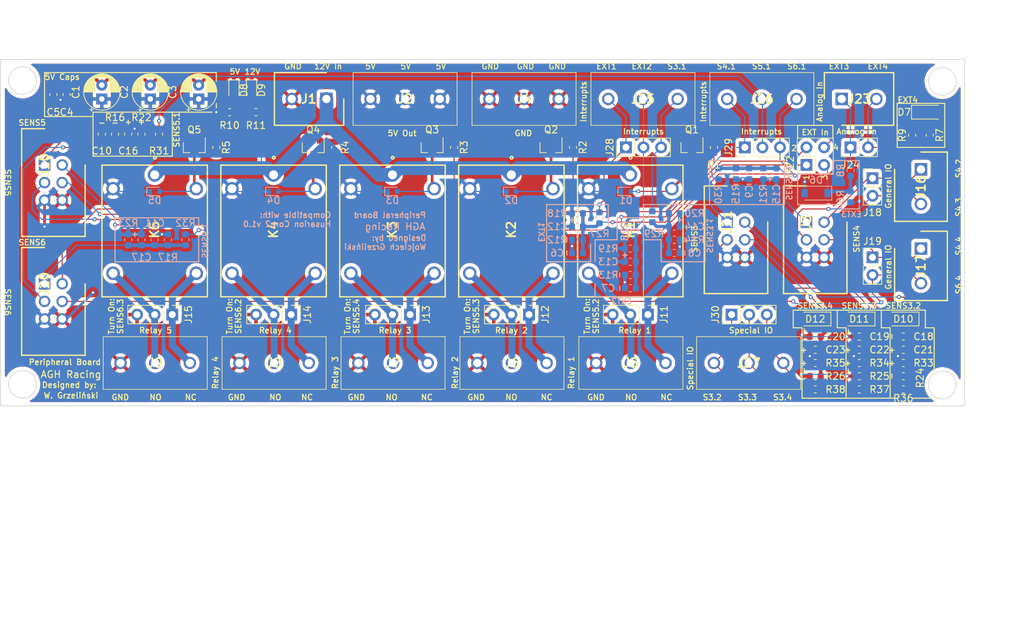
<source format=kicad_pcb>
(kicad_pcb (version 20171130) (host pcbnew "(5.1.5)-3")
  (title_block (title "Płytka dla peryferiów") (date 2020-03-05) (rev 1.0) (company "Wojciech Grzeliński") (comment 1 wojtekgrzela@gmail.com) (comment 2 wojciech.grzelinski@racing.agh.edu.pl))
  (layers (0 F.Cu signal) (31 B.Cu signal) (34 B.Paste user) (35 F.Paste user) (36 B.SilkS user) (37 F.SilkS user) (38 B.Mask user) (39 F.Mask user) (44 Edge.Cuts user))
  (net 0 "")
  (net 1 GND)
  (net 2 5V)
  (net 3 EXT1)
  (net 4 EXT2)
  (net 5 SENS3.1)
  (net 6 SENS4.1)
  (net 7 SENS5.1)
  (net 8 SENS6.1)
  (net 9 SENS3.2)
  (net 10 SENS3.3)
  (net 11 SENS3.4)
  (net 12 "Net-(D1-Pad2)")
  (net 13 "Net-(D2-Pad2)")
  (net 14 "Net-(D3-Pad2)")
  (net 15 "Net-(D4-Pad2)")
  (net 16 "Net-(D5-Pad2)")
  (net 17 EXT3)
  (net 18 EXT4)
  (net 19 "Net-(D8-Pad2)")
  (net 20 "Net-(D9-Pad2)")
  (net 21 12V)
  (net 22 SENS4.4)
  (net 23 SENS4.3)
  (net 24 SENS4.2)
  (net 25 NO1)
  (net 26 NC1)
  (net 27 NO2)
  (net 28 NC2)
  (net 29 NO3)
  (net 30 NC3)
  (net 31 NO4)
  (net 32 NC4)
  (net 33 NO5)
  (net 34 NC5)
  (net 35 SENS5.4)
  (net 36 SENS5.3)
  (net 37 SENS5.2)
  (net 38 SENS6.4)
  (net 39 SENS6.3)
  (net 40 SENS6.2)
  (net 41 ADC2)
  (net 42 ADC1)
  (net 43 INT3)
  (net 44 INT2)
  (net 45 INT1)
  (net 46 INT6)
  (net 47 INT5)
  (net 48 INT4)
  (net 49 IO3.4)
  (net 50 IO3.3)
  (net 51 IO3.2)
  (net 52 "Net-(Q1-Pad1)")
  (net 53 "Net-(Q2-Pad1)")
  (net 54 "Net-(Q3-Pad1)")
  (net 55 "Net-(Q4-Pad1)")
  (net 56 "Net-(Q5-Pad1)")
  (module Resistor_SMD:R_0603_1608Metric (layer F.Cu) (at 142.875 73.025)
    (fp_text reference R38 (at 2.921 0) (layer F.SilkS))
    (fp_text value NULL)
    (pad 2 smd roundrect (at 0.7875 0) (size 0.875 0.95) (layers F.Cu F.Paste F.Mask) (net 11 SENS3.4))
    (pad 1 smd roundrect (at -0.7875 0) (size 0.875 0.95) (layers F.Cu F.Paste F.Mask) (net 49 IO3.4))
  )
  (module Resistor_SMD:R_0603_1608Metric (layer F.Cu) (at 149.225 73.025)
    (fp_text reference R37 (at 2.921 0) (layer F.SilkS))
    (fp_text value NULL)
    (pad 2 smd roundrect (at 0.7875 0) (size 0.875 0.95) (layers F.Cu F.Paste F.Mask) (net 10 SENS3.3))
    (pad 1 smd roundrect (at -0.7875 0) (size 0.875 0.95) (layers F.Cu F.Paste F.Mask) (net 50 IO3.3))
  )
  (module Resistor_SMD:R_0603_1608Metric (layer F.Cu) (at 155.575 73.025)
    (fp_text reference R36 (at 0 1.27) (layer F.SilkS))
    (fp_text value NULL)
    (pad 2 smd roundrect (at 0.7875 0) (size 0.875 0.95) (layers F.Cu F.Paste F.Mask) (net 9 SENS3.2))
    (pad 1 smd roundrect (at -0.7875 0) (size 0.875 0.95) (layers F.Cu F.Paste F.Mask) (net 51 IO3.2))
  )
  (module Resistor_SMD:R_0603_1608Metric (layer F.Cu) (at 142.875 69.215)
    (fp_text reference R35 (at 2.921 0) (layer F.SilkS))
    (fp_text value NULL)
    (pad 2 smd roundrect (at 0.7875 0) (size 0.875 0.95) (layers F.Cu F.Paste F.Mask) (net 11 SENS3.4))
    (pad 1 smd roundrect (at -0.7875 0) (size 0.875 0.95) (layers F.Cu F.Paste F.Mask) (net 2 5V))
  )
  (module Resistor_SMD:R_0603_1608Metric (layer F.Cu) (at 149.225 69.215)
    (fp_text reference R34 (at 2.921 0) (layer F.SilkS))
    (fp_text value NULL)
    (pad 2 smd roundrect (at 0.7875 0) (size 0.875 0.95) (layers F.Cu F.Paste F.Mask) (net 10 SENS3.3))
    (pad 1 smd roundrect (at -0.7875 0) (size 0.875 0.95) (layers F.Cu F.Paste F.Mask) (net 2 5V))
  )
  (module Resistor_SMD:R_0603_1608Metric (layer F.Cu) (at 155.575 69.215)
    (fp_text reference R33 (at 2.921 0 180) (layer F.SilkS))
    (fp_text value NULL)
    (pad 2 smd roundrect (at 0.7875 0) (size 0.875 0.95) (layers F.Cu F.Paste F.Mask) (net 9 SENS3.2))
    (pad 1 smd roundrect (at -0.7875 0) (size 0.875 0.95) (layers F.Cu F.Paste F.Mask) (net 2 5V))
  )
  (module Resistor_SMD:R_0603_1608Metric (layer B.Cu) (at 52.07 51.435 270)
    (fp_text reference R32 (at -2.413 0 180) (layer B.SilkS) (effects (justify mirror)))
    (fp_text value NULL)
    (pad 2 smd roundrect (at 0.7875 0 270) (size 0.875 0.95) (layers B.Cu B.Paste B.Mask) (net 8 SENS6.1))
    (pad 1 smd roundrect (at -0.7875 0 270) (size 0.875 0.95) (layers B.Cu B.Paste B.Mask) (net 46 INT6))
  )
  (module Resistor_SMD:R_0603_1608Metric (layer F.Cu) (at 48.26 36.195 270)
    (fp_text reference R31 (at 2.413 0) (layer F.SilkS))
    (fp_text value 300)
    (pad 2 smd roundrect (at 0.7875 0 270) (size 0.875 0.95) (layers F.Cu F.Paste F.Mask) (net 7 SENS5.1))
    (pad 1 smd roundrect (at -0.7875 0 270) (size 0.875 0.95) (layers F.Cu F.Paste F.Mask) (net 47 INT5))
  )
  (module Resistor_SMD:R_0603_1608Metric (layer B.Cu) (at 128.905 41.91 90)
    (fp_text reference R30 (at -2.921 0 90) (layer B.SilkS) (effects (justify mirror)))
    (fp_text value 300)
    (pad 2 smd roundrect (at 0.7875 0 90) (size 0.875 0.95) (layers B.Cu B.Paste B.Mask) (net 6 SENS4.1))
    (pad 1 smd roundrect (at -0.7875 0 90) (size 0.875 0.95) (layers B.Cu B.Paste B.Mask) (net 48 INT4))
  )
  (module Resistor_SMD:R_0603_1608Metric (layer B.Cu) (at 119.38 48.1075 270)
    (fp_text reference R29 (at 2.4385 -0.254 180) (layer B.SilkS) (effects (justify mirror)))
    (fp_text value 300)
    (pad 2 smd roundrect (at 0.7875 0 270) (size 0.875 0.95) (layers B.Cu B.Paste B.Mask) (net 5 SENS3.1))
    (pad 1 smd roundrect (at -0.7875 0 270) (size 0.875 0.95) (layers B.Cu B.Paste B.Mask) (net 43 INT3))
  )
  (module Resistor_SMD:R_0603_1608Metric (layer B.Cu) (at 116.84 50.165 270)
    (fp_text reference R28 (at 0 1.43 270) (layer B.SilkS) (effects (justify mirror)))
    (fp_text value 300)
    (pad 2 smd roundrect (at 0.7875 0 270) (size 0.875 0.95) (layers B.Cu B.Paste B.Mask) (net 4 EXT2))
    (pad 1 smd roundrect (at -0.7875 0 270) (size 0.875 0.95) (layers B.Cu B.Paste B.Mask) (net 44 INT2))
  )
  (module Resistor_SMD:R_0603_1608Metric (layer B.Cu) (at 111.76 48.26 270)
    (fp_text reference R27 (at 2.286 0) (layer B.SilkS) (effects (justify mirror)))
    (fp_text value 300)
    (pad 2 smd roundrect (at 0.7875 0 270) (size 0.875 0.95) (layers B.Cu B.Paste B.Mask) (net 3 EXT1))
    (pad 1 smd roundrect (at -0.7875 0 270) (size 0.875 0.95) (layers B.Cu B.Paste B.Mask) (net 45 INT1))
  )
  (module Resistor_SMD:R_0603_1608Metric (layer F.Cu) (at 142.875 71.12)
    (fp_text reference R26 (at 2.921 0) (layer F.SilkS))
    (fp_text value NULL)
    (pad 2 smd roundrect (at 0.7875 0) (size 0.875 0.95) (layers F.Cu F.Paste F.Mask) (net 11 SENS3.4))
    (pad 1 smd roundrect (at -0.7875 0) (size 0.875 0.95) (layers F.Cu F.Paste F.Mask) (net 1 GND))
  )
  (module Resistor_SMD:R_0603_1608Metric (layer F.Cu) (at 149.225 71.12)
    (fp_text reference R25 (at 2.921 0) (layer F.SilkS))
    (fp_text value NULL)
    (pad 2 smd roundrect (at 0.7875 0) (size 0.875 0.95) (layers F.Cu F.Paste F.Mask) (net 10 SENS3.3))
    (pad 1 smd roundrect (at -0.7875 0) (size 0.875 0.95) (layers F.Cu F.Paste F.Mask) (net 1 GND))
  )
  (module Resistor_SMD:R_0603_1608Metric (layer F.Cu) (at 155.575 71.12)
    (fp_text reference R24 (at 2.413 0.254 90) (layer F.SilkS))
    (fp_text value NULL)
    (pad 2 smd roundrect (at 0.7875 0) (size 0.875 0.95) (layers F.Cu F.Paste F.Mask) (net 9 SENS3.2))
    (pad 1 smd roundrect (at -0.7875 0) (size 0.875 0.95) (layers F.Cu F.Paste F.Mask) (net 1 GND))
  )
  (module Resistor_SMD:R_0603_1608Metric (layer B.Cu) (at 43.815 51.435 90)
    (fp_text reference R23 (at 2.413 0 180) (layer B.SilkS) (effects (justify mirror)))
    (fp_text value NULL)
    (pad 2 smd roundrect (at 0.7875 0 90) (size 0.875 0.95) (layers B.Cu B.Paste B.Mask) (net 2 5V))
    (pad 1 smd roundrect (at -0.7875 0 90) (size 0.875 0.95) (layers B.Cu B.Paste B.Mask) (net 8 SENS6.1))
  )
  (module Resistor_SMD:R_0603_1608Metric (layer F.Cu) (at 45.72 36.195 90)
    (fp_text reference R22 (at 2.413 0) (layer F.SilkS))
    (fp_text value NULL)
    (pad 2 smd roundrect (at 0.7875 0 90) (size 0.875 0.95) (layers F.Cu F.Paste F.Mask) (net 2 5V))
    (pad 1 smd roundrect (at -0.7875 0 90) (size 0.875 0.95) (layers F.Cu F.Paste F.Mask) (net 7 SENS5.1))
  )
  (module Resistor_SMD:R_0603_1608Metric (layer B.Cu) (at 135.382 41.91 90)
    (fp_text reference R21 (at -2.921 0 90) (layer B.SilkS) (effects (justify mirror)))
    (fp_text value NULL)
    (pad 2 smd roundrect (at 0.7875 0 90) (size 0.875 0.95) (layers B.Cu B.Paste B.Mask) (net 6 SENS4.1))
    (pad 1 smd roundrect (at -0.7875 0 90) (size 0.875 0.95) (layers B.Cu B.Paste B.Mask) (net 2 5V))
  )
  (module Resistor_SMD:R_0603_1608Metric (layer B.Cu) (at 122.555 47.625)
    (fp_text reference R20 (at 2.921 0) (layer B.SilkS) (effects (justify mirror)))
    (fp_text value NULL)
    (pad 2 smd roundrect (at 0.7875 0) (size 0.875 0.95) (layers B.Cu B.Paste B.Mask) (net 2 5V))
    (pad 1 smd roundrect (at -0.7875 0) (size 0.875 0.95) (layers B.Cu B.Paste B.Mask) (net 5 SENS3.1))
  )
  (module Resistor_SMD:R_0603_1608Metric (layer B.Cu) (at 116.205 52.705 180)
    (fp_text reference R19 (at 3.175 0) (layer B.SilkS) (effects (justify mirror)))
    (fp_text value NULL)
    (pad 2 smd roundrect (at 0.7875 0 180) (size 0.875 0.95) (layers B.Cu B.Paste B.Mask) (net 2 5V))
    (pad 1 smd roundrect (at -0.7875 0 180) (size 0.875 0.95) (layers B.Cu B.Paste B.Mask) (net 4 EXT2))
  )
  (module Resistor_SMD:R_0603_1608Metric (layer B.Cu) (at 108.585 47.625)
    (fp_text reference R18 (at -2.921 0) (layer B.SilkS) (effects (justify mirror)))
    (fp_text value NULL)
    (pad 2 smd roundrect (at 0.7875 0) (size 0.875 0.95) (layers B.Cu B.Paste B.Mask) (net 3 EXT1))
    (pad 1 smd roundrect (at -0.7875 0) (size 0.875 0.95) (layers B.Cu B.Paste B.Mask) (net 2 5V))
  )
  (module Resistor_SMD:R_0603_1608Metric (layer B.Cu) (at 49.53 51.435 90)
    (fp_text reference R17 (at -2.54 0 180) (layer B.SilkS) (effects (justify mirror)))
    (fp_text value NULL)
    (pad 2 smd roundrect (at 0.7875 0 90) (size 0.875 0.95) (layers B.Cu B.Paste B.Mask) (net 1 GND))
    (pad 1 smd roundrect (at -0.7875 0 90) (size 0.875 0.95) (layers B.Cu B.Paste B.Mask) (net 8 SENS6.1))
  )
  (module Resistor_SMD:R_0603_1608Metric (layer F.Cu) (at 41.91 36.195 90)
    (fp_text reference R16 (at 2.413 0) (layer F.SilkS))
    (fp_text value 10k)
    (pad 2 smd roundrect (at 0.7875 0 90) (size 0.875 0.95) (layers F.Cu F.Paste F.Mask) (net 1 GND))
    (pad 1 smd roundrect (at -0.7875 0 90) (size 0.875 0.95) (layers F.Cu F.Paste F.Mask) (net 7 SENS5.1))
  )
  (module Resistor_SMD:R_0603_1608Metric (layer B.Cu) (at 131.445 41.91 90)
    (fp_text reference R15 (at -2.921 0 90) (layer B.SilkS) (effects (justify mirror)))
    (fp_text value 10k)
    (pad 2 smd roundrect (at 0.7875 0 90) (size 0.875 0.95) (layers B.Cu B.Paste B.Mask) (net 6 SENS4.1))
    (pad 1 smd roundrect (at -0.7875 0 90) (size 0.875 0.95) (layers B.Cu B.Paste B.Mask) (net 1 GND))
  )
  (module Resistor_SMD:R_0603_1608Metric (layer B.Cu) (at 122.555 51.435)
    (fp_text reference R14 (at 2.921 0) (layer B.SilkS) (effects (justify mirror)))
    (fp_text value 10k)
    (pad 2 smd roundrect (at 0.7875 0) (size 0.875 0.95) (layers B.Cu B.Paste B.Mask) (net 1 GND))
    (pad 1 smd roundrect (at -0.7875 0) (size 0.875 0.95) (layers B.Cu B.Paste B.Mask) (net 5 SENS3.1))
  )
  (module Resistor_SMD:R_0603_1608Metric (layer B.Cu) (at 116.205 56.515 180)
    (fp_text reference R13 (at 3.175 0) (layer B.SilkS) (effects (justify mirror)))
    (fp_text value 10k)
    (pad 2 smd roundrect (at 0.7875 0 180) (size 0.875 0.95) (layers B.Cu B.Paste B.Mask) (net 1 GND))
    (pad 1 smd roundrect (at -0.7875 0 180) (size 0.875 0.95) (layers B.Cu B.Paste B.Mask) (net 4 EXT2))
  )
  (module Resistor_SMD:R_0603_1608Metric (layer B.Cu) (at 108.585 51.435)
    (fp_text reference R12 (at -2.921 0) (layer B.SilkS) (effects (justify mirror)))
    (fp_text value 10k)
    (pad 2 smd roundrect (at 0.7875 0) (size 0.875 0.95) (layers B.Cu B.Paste B.Mask) (net 3 EXT1))
    (pad 1 smd roundrect (at -0.7875 0) (size 0.875 0.95) (layers B.Cu B.Paste B.Mask) (net 1 GND))
  )
  (module Resistor_SMD:R_0603_1608Metric (layer F.Cu) (at 62.23 33.02)
    (fp_text reference R11 (at 0 1.905) (layer F.SilkS))
    (fp_text value 2k)
    (pad 2 smd roundrect (at 0.7875 0) (size 0.875 0.95) (layers F.Cu F.Paste F.Mask) (net 21 12V))
    (pad 1 smd roundrect (at -0.7875 0) (size 0.875 0.95) (layers F.Cu F.Paste F.Mask) (net 20 "Net-(D9-Pad2)"))
  )
  (module Resistor_SMD:R_0603_1608Metric (layer F.Cu) (at 58.42 33.02 180)
    (fp_text reference R10 (at 0 -1.905) (layer F.SilkS))
    (fp_text value 600)
    (pad 2 smd roundrect (at 0.7875 0 180) (size 0.875 0.95) (layers F.Cu F.Paste F.Mask) (net 2 5V))
    (pad 1 smd roundrect (at -0.7875 0 180) (size 0.875 0.95) (layers F.Cu F.Paste F.Mask) (net 19 "Net-(D8-Pad2)"))
  )
  (module Resistor_SMD:R_0603_1608Metric (layer F.Cu) (at 156.845 36.3475 90)
    (fp_text reference R9 (at 0 -1.43 90) (layer F.SilkS))
    (fp_text value R?)
    (pad 2 smd roundrect (at 0.7875 0 90) (size 0.875 0.95) (layers F.Cu F.Paste F.Mask) (net 18 EXT4))
    (pad 1 smd roundrect (at -0.7875 0 90) (size 0.875 0.95) (layers F.Cu F.Paste F.Mask) (net 41 ADC2))
  )
  (module Resistor_SMD:R_0603_1608Metric (layer B.Cu) (at 147.955 41.4275 270)
    (fp_text reference R8 (at 0 1.43 90) (layer B.SilkS) (effects (justify mirror)))
    (fp_text value R?)
    (pad 2 smd roundrect (at 0.7875 0 270) (size 0.875 0.95) (layers B.Cu B.Paste B.Mask) (net 17 EXT3))
    (pad 1 smd roundrect (at -0.7875 0 270) (size 0.875 0.95) (layers B.Cu B.Paste B.Mask) (net 42 ADC1))
  )
  (module Resistor_SMD:R_0603_1608Metric (layer F.Cu) (at 159.385 36.3475 270)
    (fp_text reference R7 (at 0 -1.43 90) (layer F.SilkS))
    (fp_text value R?)
    (pad 2 smd roundrect (at 0.7875 0 270) (size 0.875 0.95) (layers F.Cu F.Paste F.Mask) (net 1 GND))
    (pad 1 smd roundrect (at -0.7875 0 270) (size 0.875 0.95) (layers F.Cu F.Paste F.Mask) (net 18 EXT4))
  )
  (module Resistor_SMD:R_0603_1608Metric (layer B.Cu) (at 147.955 45.2375 270)
    (fp_text reference R6 (at 0 1.43 90) (layer B.SilkS) (effects (justify mirror)))
    (fp_text value R?)
    (pad 2 smd roundrect (at 0.7875 0 270) (size 0.875 0.95) (layers B.Cu B.Paste B.Mask) (net 1 GND))
    (pad 1 smd roundrect (at -0.7875 0 270) (size 0.875 0.95) (layers B.Cu B.Paste B.Mask) (net 17 EXT3))
  )
  (module Resistor_SMD:R_0603_1608Metric (layer F.Cu) (at 56.515 38.1 270)
    (fp_text reference R5 (at 0 -1.43 90) (layer F.SilkS))
    (fp_text value 1k)
    (pad 2 smd roundrect (at 0.7875 0 270) (size 0.875 0.95) (layers F.Cu F.Paste F.Mask) (net 39 SENS6.3))
    (pad 1 smd roundrect (at -0.7875 0 270) (size 0.875 0.95) (layers F.Cu F.Paste F.Mask) (net 56 "Net-(Q5-Pad1)"))
  )
  (module Resistor_SMD:R_0603_1608Metric (layer F.Cu) (at 73.66 38.1 270)
    (fp_text reference R4 (at 0 -1.43 90) (layer F.SilkS))
    (fp_text value 1k)
    (pad 2 smd roundrect (at 0.7875 0 270) (size 0.875 0.95) (layers F.Cu F.Paste F.Mask) (net 40 SENS6.2))
    (pad 1 smd roundrect (at -0.7875 0 270) (size 0.875 0.95) (layers F.Cu F.Paste F.Mask) (net 55 "Net-(Q4-Pad1)"))
  )
  (module Resistor_SMD:R_0603_1608Metric (layer F.Cu) (at 90.805 38.1 270)
    (fp_text reference R3 (at 0 -1.43 90) (layer F.SilkS))
    (fp_text value 1k)
    (pad 2 smd roundrect (at 0.7875 0 270) (size 0.875 0.95) (layers F.Cu F.Paste F.Mask) (net 35 SENS5.4))
    (pad 1 smd roundrect (at -0.7875 0 270) (size 0.875 0.95) (layers F.Cu F.Paste F.Mask) (net 54 "Net-(Q3-Pad1)"))
  )
  (module Resistor_SMD:R_0603_1608Metric (layer F.Cu) (at 107.95 38.1 270)
    (fp_text reference R2 (at 0 -1.43 90) (layer F.SilkS))
    (fp_text value 1k)
    (pad 2 smd roundrect (at 0.7875 0 270) (size 0.875 0.95) (layers F.Cu F.Paste F.Mask) (net 36 SENS5.3))
    (pad 1 smd roundrect (at -0.7875 0 270) (size 0.875 0.95) (layers F.Cu F.Paste F.Mask) (net 53 "Net-(Q2-Pad1)"))
  )
  (module Resistor_SMD:R_0603_1608Metric (layer F.Cu) (at 128.27 38.1 270)
    (fp_text reference R1 (at 2.54 0 180) (layer F.SilkS))
    (fp_text value 1k)
    (pad 2 smd roundrect (at 0.7875 0 270) (size 0.875 0.95) (layers F.Cu F.Paste F.Mask) (net 37 SENS5.2))
    (pad 1 smd roundrect (at -0.7875 0 270) (size 0.875 0.95) (layers F.Cu F.Paste F.Mask) (net 52 "Net-(Q1-Pad1)"))
  )
  (module Package_TO_SOT_SMD:SOT-23 (layer F.Cu) (at 53.34 38.1 270)
    (fp_text reference Q5 (at -2.54 0 180) (layer F.SilkS))
    (fp_text value Q_NPN_BEC)
    (pad 3 smd rect (at 1 0 270) (size 0.9 0.8) (layers F.Cu F.Paste F.Mask) (net 16 "Net-(D5-Pad2)"))
    (pad 2 smd rect (at -1 0.95 270) (size 0.9 0.8) (layers F.Cu F.Paste F.Mask) (net 1 GND))
    (pad 1 smd rect (at -1 -0.95 270) (size 0.9 0.8) (layers F.Cu F.Paste F.Mask) (net 56 "Net-(Q5-Pad1)"))
  )
  (module Package_TO_SOT_SMD:SOT-23 (layer F.Cu) (at 70.485 38.1 270)
    (fp_text reference Q4 (at -2.54 0 180) (layer F.SilkS))
    (fp_text value Q_NPN_BEC)
    (pad 3 smd rect (at 1 0 270) (size 0.9 0.8) (layers F.Cu F.Paste F.Mask) (net 15 "Net-(D4-Pad2)"))
    (pad 2 smd rect (at -1 0.95 270) (size 0.9 0.8) (layers F.Cu F.Paste F.Mask) (net 1 GND))
    (pad 1 smd rect (at -1 -0.95 270) (size 0.9 0.8) (layers F.Cu F.Paste F.Mask) (net 55 "Net-(Q4-Pad1)"))
  )
  (module Package_TO_SOT_SMD:SOT-23 (layer F.Cu) (at 87.63 38.1 270)
    (fp_text reference Q3 (at -2.54 0 180) (layer F.SilkS))
    (fp_text value Q_NPN_BEC)
    (pad 3 smd rect (at 1 0 270) (size 0.9 0.8) (layers F.Cu F.Paste F.Mask) (net 14 "Net-(D3-Pad2)"))
    (pad 2 smd rect (at -1 0.95 270) (size 0.9 0.8) (layers F.Cu F.Paste F.Mask) (net 1 GND))
    (pad 1 smd rect (at -1 -0.95 270) (size 0.9 0.8) (layers F.Cu F.Paste F.Mask) (net 54 "Net-(Q3-Pad1)"))
  )
  (module Package_TO_SOT_SMD:SOT-23 (layer F.Cu) (at 104.775 38.1 270)
    (fp_text reference Q2 (at -2.54 0 180) (layer F.SilkS))
    (fp_text value Q_NPN_BEC)
    (pad 3 smd rect (at 1 0 270) (size 0.9 0.8) (layers F.Cu F.Paste F.Mask) (net 13 "Net-(D2-Pad2)"))
    (pad 2 smd rect (at -1 0.95 270) (size 0.9 0.8) (layers F.Cu F.Paste F.Mask) (net 1 GND))
    (pad 1 smd rect (at -1 -0.95 270) (size 0.9 0.8) (layers F.Cu F.Paste F.Mask) (net 53 "Net-(Q2-Pad1)"))
  )
  (module Package_TO_SOT_SMD:SOT-23 (layer F.Cu) (at 125.095 38.1 270)
    (fp_text reference Q1 (at -2.54 0 180) (layer F.SilkS))
    (fp_text value Q_NPN_BEC)
    (pad 3 smd rect (at 1 0 270) (size 0.9 0.8) (layers F.Cu F.Paste F.Mask) (net 12 "Net-(D1-Pad2)"))
    (pad 2 smd rect (at -1 0.95 270) (size 0.9 0.8) (layers F.Cu F.Paste F.Mask) (net 1 GND))
    (pad 1 smd rect (at -1 -0.95 270) (size 0.9 0.8) (layers F.Cu F.Paste F.Mask) (net 52 "Net-(Q1-Pad1)"))
  )
  (module SamacSys_Parts:AZ943 (layer F.Cu) (at 47.625 50.165 270)
    (fp_text reference K5 (at -0.181 0.027 90) (layer F.SilkS) (effects (font (size 1.27 1.27) (thickness 0.254))))
    (fp_text value AZ9431CH5D hide)
    (pad 5 thru_hole circle (at -6.1 -6 270) (size 1.95 1.95) (drill 1.3) (layers *.Cu *.Mask) (net 16 "Net-(D5-Pad2)"))
    (pad 4 thru_hole circle (at 6.1 -6 270) (size 1.95 1.95) (drill 1.3) (layers *.Cu *.Mask) (net 34 NC5))
    (pad 3 thru_hole circle (at 6.1 6 270) (size 1.95 1.95) (drill 1.3) (layers *.Cu *.Mask) (net 33 NO5))
    (pad 2 thru_hole circle (at -6.1 6 270) (size 1.95 1.95) (drill 1.3) (layers *.Cu *.Mask) (net 2 5V))
    (pad 1 thru_hole circle (at -8.1 0 270) (size 1.95 1.95) (drill 1.3) (layers *.Cu *.Mask) (net 21 12V))
  )
  (module SamacSys_Parts:AZ943 (layer F.Cu) (at 64.77 50.165 270)
    (fp_text reference K4 (at -0.181 0.027 90) (layer F.SilkS) (effects (font (size 1.27 1.27) (thickness 0.254))))
    (fp_text value AZ9431CH5D hide)
    (pad 5 thru_hole circle (at -6.1 -6 270) (size 1.95 1.95) (drill 1.3) (layers *.Cu *.Mask) (net 15 "Net-(D4-Pad2)"))
    (pad 4 thru_hole circle (at 6.1 -6 270) (size 1.95 1.95) (drill 1.3) (layers *.Cu *.Mask) (net 32 NC4))
    (pad 3 thru_hole circle (at 6.1 6 270) (size 1.95 1.95) (drill 1.3) (layers *.Cu *.Mask) (net 31 NO4))
    (pad 2 thru_hole circle (at -6.1 6 270) (size 1.95 1.95) (drill 1.3) (layers *.Cu *.Mask) (net 2 5V))
    (pad 1 thru_hole circle (at -8.1 0 270) (size 1.95 1.95) (drill 1.3) (layers *.Cu *.Mask) (net 21 12V))
  )
  (module SamacSys_Parts:AZ943 (layer F.Cu) (at 81.915 50.165 270)
    (fp_text reference K3 (at -0.181 0.027 90) (layer F.SilkS) (effects (font (size 1.27 1.27) (thickness 0.254))))
    (fp_text value AZ9431CH5D hide)
    (pad 5 thru_hole circle (at -6.1 -6 270) (size 1.95 1.95) (drill 1.3) (layers *.Cu *.Mask) (net 14 "Net-(D3-Pad2)"))
    (pad 4 thru_hole circle (at 6.1 -6 270) (size 1.95 1.95) (drill 1.3) (layers *.Cu *.Mask) (net 30 NC3))
    (pad 3 thru_hole circle (at 6.1 6 270) (size 1.95 1.95) (drill 1.3) (layers *.Cu *.Mask) (net 29 NO3))
    (pad 2 thru_hole circle (at -6.1 6 270) (size 1.95 1.95) (drill 1.3) (layers *.Cu *.Mask) (net 2 5V))
    (pad 1 thru_hole circle (at -8.1 0 270) (size 1.95 1.95) (drill 1.3) (layers *.Cu *.Mask) (net 21 12V))
  )
  (module SamacSys_Parts:AZ943 (layer F.Cu) (at 99.06 50.165 270)
    (fp_text reference K2 (at -0.181 0.027 90) (layer F.SilkS) (effects (font (size 1.27 1.27) (thickness 0.254))))
    (fp_text value AZ9431CH5D hide)
    (pad 5 thru_hole circle (at -6.1 -6 270) (size 1.95 1.95) (drill 1.3) (layers *.Cu *.Mask) (net 13 "Net-(D2-Pad2)"))
    (pad 4 thru_hole circle (at 6.1 -6 270) (size 1.95 1.95) (drill 1.3) (layers *.Cu *.Mask) (net 28 NC2))
    (pad 3 thru_hole circle (at 6.1 6 270) (size 1.95 1.95) (drill 1.3) (layers *.Cu *.Mask) (net 27 NO2))
    (pad 2 thru_hole circle (at -6.1 6 270) (size 1.95 1.95) (drill 1.3) (layers *.Cu *.Mask) (net 2 5V))
    (pad 1 thru_hole circle (at -8.1 0 270) (size 1.95 1.95) (drill 1.3) (layers *.Cu *.Mask) (net 21 12V))
  )
  (module SamacSys_Parts:AZ943 (layer F.Cu) (at 116.205 50.165 270)
    (fp_text reference K1 (at -0.181 0.027 90) (layer F.SilkS) (effects (font (size 1.27 1.27) (thickness 0.254))))
    (fp_text value AZ9431CH5D hide)
    (pad 5 thru_hole circle (at -6.1 -6 270) (size 1.95 1.95) (drill 1.3) (layers *.Cu *.Mask) (net 12 "Net-(D1-Pad2)"))
    (pad 4 thru_hole circle (at 6.1 -6 270) (size 1.95 1.95) (drill 1.3) (layers *.Cu *.Mask) (net 26 NC1))
    (pad 3 thru_hole circle (at 6.1 6 270) (size 1.95 1.95) (drill 1.3) (layers *.Cu *.Mask) (net 25 NO1))
    (pad 2 thru_hole circle (at -6.1 6 270) (size 1.95 1.95) (drill 1.3) (layers *.Cu *.Mask) (net 2 5V))
    (pad 1 thru_hole circle (at -8.1 0 270) (size 1.95 1.95) (drill 1.3) (layers *.Cu *.Mask) (net 21 12V))
  )
  (module Connector_PinHeader_2.54mm:PinHeader_1x03_P2.54mm_Vertical (layer F.Cu) (at 130.81 62.23 90)
    (fp_text reference J30 (at 0 -2.33 90) (layer F.SilkS))
    (fp_text value Conn_01x03)
    (pad 3 thru_hole oval (at 0 5.08 90) (size 1.7 1.7) (drill 1) (layers *.Cu *.Mask) (net 49 IO3.4))
    (pad 2 thru_hole oval (at 0 2.54 90) (size 1.7 1.7) (drill 1) (layers *.Cu *.Mask) (net 50 IO3.3))
    (pad 1 thru_hole rect (at 0 0 90) (size 1.7 1.7) (drill 1) (layers *.Cu *.Mask) (net 51 IO3.2))
  )
  (module Connector_PinHeader_2.54mm:PinHeader_1x03_P2.54mm_Vertical (layer F.Cu) (at 132.715 38.1 90)
    (fp_text reference J29 (at 0 -2.33 90) (layer F.SilkS))
    (fp_text value Conn_01x03)
    (pad 3 thru_hole oval (at 0 5.08 90) (size 1.7 1.7) (drill 1) (layers *.Cu *.Mask) (net 46 INT6))
    (pad 2 thru_hole oval (at 0 2.54 90) (size 1.7 1.7) (drill 1) (layers *.Cu *.Mask) (net 47 INT5))
    (pad 1 thru_hole rect (at 0 0 90) (size 1.7 1.7) (drill 1) (layers *.Cu *.Mask) (net 48 INT4))
  )
  (module Connector_PinHeader_2.54mm:PinHeader_1x03_P2.54mm_Vertical (layer F.Cu) (at 115.57 38.1 90)
    (fp_text reference J28 (at 0 -2.33 90) (layer F.SilkS))
    (fp_text value Conn_01x03)
    (pad 3 thru_hole oval (at 0 5.08 90) (size 1.7 1.7) (drill 1) (layers *.Cu *.Mask) (net 43 INT3))
    (pad 2 thru_hole oval (at 0 2.54 90) (size 1.7 1.7) (drill 1) (layers *.Cu *.Mask) (net 44 INT2))
    (pad 1 thru_hole rect (at 0 0 90) (size 1.7 1.7) (drill 1) (layers *.Cu *.Mask) (net 45 INT1))
  )
  (module SamacSys_Parts:8719 (layer F.Cu) (at 128.27 69.215)
    (fp_text reference J27 (at 5 0) (layer F.SilkS) (effects (font (size 1.27 1.27) (thickness 0.254))))
    (fp_text value ARK-3 hide)
    (pad 3 thru_hole circle (at 10 0) (size 1.785 1.785) (drill 1.19) (layers *.Cu *.Mask) (net 49 IO3.4))
    (pad 2 thru_hole circle (at 5 0) (size 1.785 1.785) (drill 1.19) (layers *.Cu *.Mask) (net 50 IO3.3))
    (pad 1 thru_hole circle (at 0 0) (size 1.785 1.785) (drill 1.19) (layers *.Cu *.Mask) (net 51 IO3.2))
  )
  (module SamacSys_Parts:8719 (layer F.Cu) (at 130.175 31.115)
    (fp_text reference J26 (at 5 0) (layer F.SilkS) (effects (font (size 1.27 1.27) (thickness 0.254))))
    (fp_text value ARK-3 hide)
    (pad 3 thru_hole circle (at 10 0) (size 1.785 1.785) (drill 1.19) (layers *.Cu *.Mask) (net 46 INT6))
    (pad 2 thru_hole circle (at 5 0) (size 1.785 1.785) (drill 1.19) (layers *.Cu *.Mask) (net 47 INT5))
    (pad 1 thru_hole circle (at 0 0) (size 1.785 1.785) (drill 1.19) (layers *.Cu *.Mask) (net 48 INT4))
  )
  (module SamacSys_Parts:8719 (layer F.Cu) (at 113.03 31.115)
    (fp_text reference J25 (at 5 0) (layer F.SilkS) (effects (font (size 1.27 1.27) (thickness 0.254))))
    (fp_text value ARK-3 hide)
    (pad 3 thru_hole circle (at 10 0) (size 1.785 1.785) (drill 1.19) (layers *.Cu *.Mask) (net 43 INT3))
    (pad 2 thru_hole circle (at 5 0) (size 1.785 1.785) (drill 1.19) (layers *.Cu *.Mask) (net 44 INT2))
    (pad 1 thru_hole circle (at 0 0) (size 1.785 1.785) (drill 1.19) (layers *.Cu *.Mask) (net 45 INT1))
  )
  (module Connector_PinHeader_2.54mm:PinHeader_1x02_P2.54mm_Vertical (layer F.Cu) (at 147.955 38.1 90)
    (fp_text reference J24 (at -2.54 0 180) (layer F.SilkS))
    (fp_text value Conn_01x02)
    (pad 2 thru_hole oval (at 0 2.54 90) (size 1.7 1.7) (drill 1) (layers *.Cu *.Mask) (net 41 ADC2))
    (pad 1 thru_hole rect (at 0 0 90) (size 1.7 1.7) (drill 1) (layers *.Cu *.Mask) (net 42 ADC1))
  )
  (module SamacSys_Parts:SHDR2W99P0X500_1X2_1000X760X1000P (layer F.Cu) (at 146.685 31.115)
    (fp_text reference J23 (at 2.54 0) (layer F.SilkS) (effects (font (size 1.27 1.27) (thickness 0.254))))
    (fp_text value ARK-2 hide)
    (pad 2 thru_hole circle (at 5 0) (size 1.8 1.8) (drill 1.2) (layers *.Cu *.Mask) (net 41 ADC2))
    (pad 1 thru_hole rect (at 0 0) (size 1.8 1.8) (drill 1.2) (layers *.Cu *.Mask) (net 42 ADC1))
  )
  (module Connector_PinHeader_2.54mm:PinHeader_2x02_P2.54mm_Vertical (layer F.Cu) (at 141.605 40.64 90)
    (fp_text reference J22 (at 0 -2.33 90) (layer F.SilkS))
    (fp_text value Conn_02x02_Odd_Even)
    (pad 4 thru_hole oval (at 2.54 2.54 90) (size 1.7 1.7) (drill 1) (layers *.Cu *.Mask) (net 18 EXT4))
    (pad 3 thru_hole oval (at 0 2.54 90) (size 1.7 1.7) (drill 1) (layers *.Cu *.Mask) (net 17 EXT3))
    (pad 2 thru_hole oval (at 2.54 0 90) (size 1.7 1.7) (drill 1) (layers *.Cu *.Mask) (net 4 EXT2))
    (pad 1 thru_hole rect (at 0 0 90) (size 1.7 1.7) (drill 1) (layers *.Cu *.Mask) (net 3 EXT1))
  )
  (module SamacSys_Parts:HDRV6W64P254X254_2X3_1524X895X915P (layer F.Cu) (at 130.175 48.895 270)
    (fp_text reference J21 (at 0 0 90) (layer F.SilkS) (effects (font (size 1.27 1.27) (thickness 0.254))))
    (fp_text value SENS3 hide)
    (pad 6 thru_hole circle (at 5.08 -2.54 270) (size 1.65 1.65) (drill 1.1) (layers *.Cu *.Mask) (net 1 GND))
    (pad 5 thru_hole circle (at 5.08 0 270) (size 1.65 1.65) (drill 1.1) (layers *.Cu *.Mask) (net 2 5V))
    (pad 4 thru_hole circle (at 2.54 -2.54 270) (size 1.65 1.65) (drill 1.1) (layers *.Cu *.Mask) (net 11 SENS3.4))
    (pad 3 thru_hole circle (at 2.54 0 270) (size 1.65 1.65) (drill 1.1) (layers *.Cu *.Mask) (net 10 SENS3.3))
    (pad 2 thru_hole circle (at 0 -2.54 270) (size 1.65 1.65) (drill 1.1) (layers *.Cu *.Mask) (net 9 SENS3.2))
    (pad 1 thru_hole rect (at 0 0 270) (size 1.65 1.65) (drill 1.1) (layers *.Cu *.Mask) (net 5 SENS3.1))
  )
  (module SamacSys_Parts:HDRV6W64P254X254_2X3_1524X895X915P (layer F.Cu) (at 31.75 57.785 270)
    (fp_text reference J20 (at 0 0 90) (layer F.SilkS) (effects (font (size 1.27 1.27) (thickness 0.254))))
    (fp_text value SENS6 hide)
    (pad 6 thru_hole circle (at 5.08 -2.54 270) (size 1.65 1.65) (drill 1.1) (layers *.Cu *.Mask) (net 1 GND))
    (pad 5 thru_hole circle (at 5.08 0 270) (size 1.65 1.65) (drill 1.1) (layers *.Cu *.Mask) (net 2 5V))
    (pad 4 thru_hole circle (at 2.54 -2.54 270) (size 1.65 1.65) (drill 1.1) (layers *.Cu *.Mask) (net 38 SENS6.4))
    (pad 3 thru_hole circle (at 2.54 0 270) (size 1.65 1.65) (drill 1.1) (layers *.Cu *.Mask) (net 39 SENS6.3))
    (pad 2 thru_hole circle (at 0 -2.54 270) (size 1.65 1.65) (drill 1.1) (layers *.Cu *.Mask) (net 40 SENS6.2))
    (pad 1 thru_hole rect (at 0 0 270) (size 1.65 1.65) (drill 1.1) (layers *.Cu *.Mask) (net 8 SENS6.1))
  )
  (module Connector_PinHeader_2.54mm:PinHeader_1x02_P2.54mm_Vertical (layer F.Cu) (at 151.13 53.975)
    (fp_text reference J19 (at 0 -2.33) (layer F.SilkS))
    (fp_text value Conn_01x02)
    (pad 2 thru_hole oval (at 0 2.54) (size 1.7 1.7) (drill 1) (layers *.Cu *.Mask) (net 38 SENS6.4))
    (pad 1 thru_hole rect (at 0 0) (size 1.7 1.7) (drill 1) (layers *.Cu *.Mask) (net 22 SENS4.4))
  )
  (module Connector_PinHeader_2.54mm:PinHeader_1x02_P2.54mm_Vertical (layer F.Cu) (at 151.13 42.545)
    (fp_text reference J18 (at 0 4.953) (layer F.SilkS))
    (fp_text value Conn_01x02)
    (pad 2 thru_hole oval (at 0 2.54) (size 1.7 1.7) (drill 1) (layers *.Cu *.Mask) (net 23 SENS4.3))
    (pad 1 thru_hole rect (at 0 0) (size 1.7 1.7) (drill 1) (layers *.Cu *.Mask) (net 24 SENS4.2))
  )
  (module SamacSys_Parts:SHDR2W99P0X500_1X2_1000X760X1000P (layer F.Cu) (at 158.115 52.705 270)
    (fp_text reference J17 (at 2.54 0 90) (layer F.SilkS) (effects (font (size 1.27 1.27) (thickness 0.254))))
    (fp_text value ARK-2 hide)
    (pad 2 thru_hole circle (at 5 0 270) (size 1.8 1.8) (drill 1.2) (layers *.Cu *.Mask) (net 38 SENS6.4))
    (pad 1 thru_hole rect (at 0 0 270) (size 1.8 1.8) (drill 1.2) (layers *.Cu *.Mask) (net 22 SENS4.4))
  )
  (module SamacSys_Parts:SHDR2W99P0X500_1X2_1000X760X1000P (layer F.Cu) (at 158.115 41.275 270)
    (fp_text reference J16 (at 2.54 0 90) (layer F.SilkS) (effects (font (size 1.27 1.27) (thickness 0.254))))
    (fp_text value ARK-2 hide)
    (pad 2 thru_hole circle (at 5 0 270) (size 1.8 1.8) (drill 1.2) (layers *.Cu *.Mask) (net 23 SENS4.3))
    (pad 1 thru_hole rect (at 0 0 270) (size 1.8 1.8) (drill 1.2) (layers *.Cu *.Mask) (net 24 SENS4.2))
  )
  (module Connector_PinHeader_2.54mm:PinHeader_1x03_P2.54mm_Vertical (layer F.Cu) (at 50.165 62.23 270)
    (fp_text reference J15 (at 0 -2.33 90) (layer F.SilkS))
    (fp_text value Conn_01x03)
    (pad 3 thru_hole oval (at 0 5.08 270) (size 1.7 1.7) (drill 1) (layers *.Cu *.Mask) (net 1 GND))
    (pad 2 thru_hole oval (at 0 2.54 270) (size 1.7 1.7) (drill 1) (layers *.Cu *.Mask) (net 33 NO5))
    (pad 1 thru_hole rect (at 0 0 270) (size 1.7 1.7) (drill 1) (layers *.Cu *.Mask) (net 34 NC5))
  )
  (module Connector_PinHeader_2.54mm:PinHeader_1x03_P2.54mm_Vertical (layer F.Cu) (at 67.31 62.23 270)
    (fp_text reference J14 (at 0 -2.33 90) (layer F.SilkS))
    (fp_text value Conn_01x03)
    (pad 3 thru_hole oval (at 0 5.08 270) (size 1.7 1.7) (drill 1) (layers *.Cu *.Mask) (net 1 GND))
    (pad 2 thru_hole oval (at 0 2.54 270) (size 1.7 1.7) (drill 1) (layers *.Cu *.Mask) (net 31 NO4))
    (pad 1 thru_hole rect (at 0 0 270) (size 1.7 1.7) (drill 1) (layers *.Cu *.Mask) (net 32 NC4))
  )
  (module Connector_PinHeader_2.54mm:PinHeader_1x03_P2.54mm_Vertical (layer F.Cu) (at 84.455 62.23 270)
    (fp_text reference J13 (at 0 -2.33 90) (layer F.SilkS))
    (fp_text value Conn_01x03)
    (pad 3 thru_hole oval (at 0 5.08 270) (size 1.7 1.7) (drill 1) (layers *.Cu *.Mask) (net 1 GND))
    (pad 2 thru_hole oval (at 0 2.54 270) (size 1.7 1.7) (drill 1) (layers *.Cu *.Mask) (net 29 NO3))
    (pad 1 thru_hole rect (at 0 0 270) (size 1.7 1.7) (drill 1) (layers *.Cu *.Mask) (net 30 NC3))
  )
  (module Connector_PinHeader_2.54mm:PinHeader_1x03_P2.54mm_Vertical (layer F.Cu) (at 101.6 62.23 270)
    (fp_text reference J12 (at 0 -2.33 90) (layer F.SilkS))
    (fp_text value Conn_01x03)
    (pad 3 thru_hole oval (at 0 5.08 270) (size 1.7 1.7) (drill 1) (layers *.Cu *.Mask) (net 1 GND))
    (pad 2 thru_hole oval (at 0 2.54 270) (size 1.7 1.7) (drill 1) (layers *.Cu *.Mask) (net 27 NO2))
    (pad 1 thru_hole rect (at 0 0 270) (size 1.7 1.7) (drill 1) (layers *.Cu *.Mask) (net 28 NC2))
  )
  (module Connector_PinHeader_2.54mm:PinHeader_1x03_P2.54mm_Vertical (layer F.Cu) (at 118.745 62.23 270)
    (fp_text reference J11 (at 0 -2.33 90) (layer F.SilkS))
    (fp_text value Conn_01x03)
    (pad 3 thru_hole oval (at 0 5.08 270) (size 1.7 1.7) (drill 1) (layers *.Cu *.Mask) (net 1 GND))
    (pad 2 thru_hole oval (at 0 2.54 270) (size 1.7 1.7) (drill 1) (layers *.Cu *.Mask) (net 25 NO1))
    (pad 1 thru_hole rect (at 0 0 270) (size 1.7 1.7) (drill 1) (layers *.Cu *.Mask) (net 26 NC1))
  )
  (module SamacSys_Parts:HDRV6W64P254X254_2X3_1524X895X915P (layer F.Cu) (at 31.75 40.64 270)
    (fp_text reference J10 (at 0 0 90) (layer F.SilkS) (effects (font (size 1.27 1.27) (thickness 0.254))))
    (fp_text value SENS5 hide)
    (pad 6 thru_hole circle (at 5.08 -2.54 270) (size 1.65 1.65) (drill 1.1) (layers *.Cu *.Mask) (net 1 GND))
    (pad 5 thru_hole circle (at 5.08 0 270) (size 1.65 1.65) (drill 1.1) (layers *.Cu *.Mask) (net 2 5V))
    (pad 4 thru_hole circle (at 2.54 -2.54 270) (size 1.65 1.65) (drill 1.1) (layers *.Cu *.Mask) (net 35 SENS5.4))
    (pad 3 thru_hole circle (at 2.54 0 270) (size 1.65 1.65) (drill 1.1) (layers *.Cu *.Mask) (net 36 SENS5.3))
    (pad 2 thru_hole circle (at 0 -2.54 270) (size 1.65 1.65) (drill 1.1) (layers *.Cu *.Mask) (net 37 SENS5.2))
    (pad 1 thru_hole rect (at 0 0 270) (size 1.65 1.65) (drill 1.1) (layers *.Cu *.Mask) (net 7 SENS5.1))
  )
  (module SamacSys_Parts:8719 (layer F.Cu) (at 52.705 69.215 180)
    (fp_text reference J9 (at 5 0) (layer F.SilkS) (effects (font (size 1.27 1.27) (thickness 0.254))))
    (fp_text value ARK-3 hide)
    (pad 3 thru_hole circle (at 10 0 180) (size 1.785 1.785) (drill 1.19) (layers *.Cu *.Mask) (net 1 GND))
    (pad 2 thru_hole circle (at 5 0 180) (size 1.785 1.785) (drill 1.19) (layers *.Cu *.Mask) (net 33 NO5))
    (pad 1 thru_hole circle (at 0 0 180) (size 1.785 1.785) (drill 1.19) (layers *.Cu *.Mask) (net 34 NC5))
  )
  (module SamacSys_Parts:8719 (layer F.Cu) (at 69.85 69.215 180)
    (fp_text reference J8 (at 5 0) (layer F.SilkS) (effects (font (size 1.27 1.27) (thickness 0.254))))
    (fp_text value ARK-3 hide)
    (pad 3 thru_hole circle (at 10 0 180) (size 1.785 1.785) (drill 1.19) (layers *.Cu *.Mask) (net 1 GND))
    (pad 2 thru_hole circle (at 5 0 180) (size 1.785 1.785) (drill 1.19) (layers *.Cu *.Mask) (net 31 NO4))
    (pad 1 thru_hole circle (at 0 0 180) (size 1.785 1.785) (drill 1.19) (layers *.Cu *.Mask) (net 32 NC4))
  )
  (module SamacSys_Parts:8719 (layer F.Cu) (at 86.995 69.215 180)
    (fp_text reference J7 (at 5 0) (layer F.SilkS) (effects (font (size 1.27 1.27) (thickness 0.254))))
    (fp_text value ARK-3 hide)
    (pad 3 thru_hole circle (at 10 0 180) (size 1.785 1.785) (drill 1.19) (layers *.Cu *.Mask) (net 1 GND))
    (pad 2 thru_hole circle (at 5 0 180) (size 1.785 1.785) (drill 1.19) (layers *.Cu *.Mask) (net 29 NO3))
    (pad 1 thru_hole circle (at 0 0 180) (size 1.785 1.785) (drill 1.19) (layers *.Cu *.Mask) (net 30 NC3))
  )
  (module SamacSys_Parts:8719 (layer F.Cu) (at 104.14 69.215 180)
    (fp_text reference J6 (at 5 0) (layer F.SilkS) (effects (font (size 1.27 1.27) (thickness 0.254))))
    (fp_text value ARK-3 hide)
    (pad 3 thru_hole circle (at 10 0 180) (size 1.785 1.785) (drill 1.19) (layers *.Cu *.Mask) (net 1 GND))
    (pad 2 thru_hole circle (at 5 0 180) (size 1.785 1.785) (drill 1.19) (layers *.Cu *.Mask) (net 27 NO2))
    (pad 1 thru_hole circle (at 0 0 180) (size 1.785 1.785) (drill 1.19) (layers *.Cu *.Mask) (net 28 NC2))
  )
  (module SamacSys_Parts:8719 (layer F.Cu) (at 121.285 69.215 180)
    (fp_text reference J5 (at 5 0) (layer F.SilkS) (effects (font (size 1.27 1.27) (thickness 0.254))))
    (fp_text value ARK-3 hide)
    (pad 3 thru_hole circle (at 10 0 180) (size 1.785 1.785) (drill 1.19) (layers *.Cu *.Mask) (net 1 GND))
    (pad 2 thru_hole circle (at 5 0 180) (size 1.785 1.785) (drill 1.19) (layers *.Cu *.Mask) (net 25 NO1))
    (pad 1 thru_hole circle (at 0 0 180) (size 1.785 1.785) (drill 1.19) (layers *.Cu *.Mask) (net 26 NC1))
  )
  (module SamacSys_Parts:8719 (layer F.Cu) (at 95.885 31.115)
    (fp_text reference J4 (at 5 0) (layer F.SilkS) (effects (font (size 1.27 1.27) (thickness 0.254))))
    (fp_text value ARK-3 hide)
    (pad 3 thru_hole circle (at 10 0) (size 1.785 1.785) (drill 1.19) (layers *.Cu *.Mask) (net 1 GND))
    (pad 2 thru_hole circle (at 5 0) (size 1.785 1.785) (drill 1.19) (layers *.Cu *.Mask) (net 1 GND))
    (pad 1 thru_hole circle (at 0 0) (size 1.785 1.785) (drill 1.19) (layers *.Cu *.Mask) (net 1 GND))
  )
  (module SamacSys_Parts:HDRV6W64P254X254_2X3_1524X895X915P (layer F.Cu) (at 141.605 48.895 270)
    (fp_text reference J3 (at 0 0 90) (layer F.SilkS) (effects (font (size 1.27 1.27) (thickness 0.254))))
    (fp_text value SENS4 hide)
    (pad 6 thru_hole circle (at 5.08 -2.54 270) (size 1.65 1.65) (drill 1.1) (layers *.Cu *.Mask) (net 1 GND))
    (pad 5 thru_hole circle (at 5.08 0 270) (size 1.65 1.65) (drill 1.1) (layers *.Cu *.Mask) (net 2 5V))
    (pad 4 thru_hole circle (at 2.54 -2.54 270) (size 1.65 1.65) (drill 1.1) (layers *.Cu *.Mask) (net 22 SENS4.4))
    (pad 3 thru_hole circle (at 2.54 0 270) (size 1.65 1.65) (drill 1.1) (layers *.Cu *.Mask) (net 23 SENS4.3))
    (pad 2 thru_hole circle (at 0 -2.54 270) (size 1.65 1.65) (drill 1.1) (layers *.Cu *.Mask) (net 24 SENS4.2))
    (pad 1 thru_hole rect (at 0 0 270) (size 1.65 1.65) (drill 1.1) (layers *.Cu *.Mask) (net 6 SENS4.1))
  )
  (module SamacSys_Parts:8719 (layer F.Cu) (at 78.74 31.115)
    (fp_text reference J2 (at 5 0) (layer F.SilkS) (effects (font (size 1.27 1.27) (thickness 0.254))))
    (fp_text value ARK-3 hide)
    (pad 3 thru_hole circle (at 10 0) (size 1.785 1.785) (drill 1.19) (layers *.Cu *.Mask) (net 2 5V))
    (pad 2 thru_hole circle (at 5 0) (size 1.785 1.785) (drill 1.19) (layers *.Cu *.Mask) (net 2 5V))
    (pad 1 thru_hole circle (at 0 0) (size 1.785 1.785) (drill 1.19) (layers *.Cu *.Mask) (net 2 5V))
  )
  (module SamacSys_Parts:SHDR2W99P0X500_1X2_1000X760X1000P (layer F.Cu) (at 72.39 31.115 180)
    (fp_text reference J1 (at 2.54 0) (layer F.SilkS) (effects (font (size 1.27 1.27) (thickness 0.254))))
    (fp_text value ARK-2 hide)
    (pad 2 thru_hole circle (at 5 0 180) (size 1.8 1.8) (drill 1.2) (layers *.Cu *.Mask) (net 1 GND))
    (pad 1 thru_hole rect (at 0 0 180) (size 1.8 1.8) (drill 1.2) (layers *.Cu *.Mask) (net 21 12V))
  )
  (module Diode_SMD:D_SOD-123 (layer F.Cu) (at 142.875 62.865 180)
    (fp_text reference D12 (at 0 0) (layer F.SilkS))
    (fp_text value 3,3V)
    (pad 2 smd rect (at 1.65 0 180) (size 0.9 1.2) (layers F.Cu F.Paste F.Mask) (net 1 GND))
    (pad 1 smd rect (at -1.65 0 180) (size 0.9 1.2) (layers F.Cu F.Paste F.Mask) (net 11 SENS3.4))
  )
  (module Diode_SMD:D_SOD-123 (layer F.Cu) (at 149.225 62.865 180)
    (fp_text reference D11 (at 0 0) (layer F.SilkS))
    (fp_text value 3,3V)
    (pad 2 smd rect (at 1.65 0 180) (size 0.9 1.2) (layers F.Cu F.Paste F.Mask) (net 1 GND))
    (pad 1 smd rect (at -1.65 0 180) (size 0.9 1.2) (layers F.Cu F.Paste F.Mask) (net 10 SENS3.3))
  )
  (module Diode_SMD:D_SOD-123 (layer F.Cu) (at 155.575 62.865 180)
    (fp_text reference D10 (at 0 0) (layer F.SilkS))
    (fp_text value 3,3V)
    (pad 2 smd rect (at 1.65 0 180) (size 0.9 1.2) (layers F.Cu F.Paste F.Mask) (net 1 GND))
    (pad 1 smd rect (at -1.65 0 180) (size 0.9 1.2) (layers F.Cu F.Paste F.Mask) (net 9 SENS3.2))
  )
  (module Diode_SMD:D_0603_1608Metric (layer F.Cu) (at 61.595 29.845 270)
    (fp_text reference D9 (at 0 -1.43 90) (layer F.SilkS))
    (fp_text value LED)
    (pad 2 smd roundrect (at 0.7875 0 270) (size 0.875 0.95) (layers F.Cu F.Paste F.Mask) (net 20 "Net-(D9-Pad2)"))
    (pad 1 smd roundrect (at -0.7875 0 270) (size 0.875 0.95) (layers F.Cu F.Paste F.Mask) (net 1 GND))
  )
  (module Diode_SMD:D_0603_1608Metric (layer F.Cu) (at 59.055 29.845 270)
    (fp_text reference D8 (at 0 -1.43 90) (layer F.SilkS))
    (fp_text value LED)
    (pad 2 smd roundrect (at 0.7875 0 270) (size 0.875 0.95) (layers F.Cu F.Paste F.Mask) (net 19 "Net-(D8-Pad2)"))
    (pad 1 smd roundrect (at -0.7875 0 270) (size 0.875 0.95) (layers F.Cu F.Paste F.Mask) (net 1 GND))
  )
  (module Diode_SMD:D_SOD-123 (layer F.Cu) (at 159.004 33.02)
    (fp_text reference D7 (at -3.302 0) (layer F.SilkS))
    (fp_text value 3,3V)
    (pad 2 smd rect (at 1.65 0) (size 0.9 1.2) (layers F.Cu F.Paste F.Mask) (net 1 GND))
    (pad 1 smd rect (at -1.65 0) (size 0.9 1.2) (layers F.Cu F.Paste F.Mask) (net 18 EXT4))
  )
  (module Diode_SMD:D_SOD-123 (layer B.Cu) (at 143.002 44.704 180)
    (fp_text reference D6 (at 0 1.905) (layer B.SilkS) (effects (justify mirror)))
    (fp_text value 3,3V)
    (pad 2 smd rect (at 1.65 0 180) (size 0.9 1.2) (layers B.Cu B.Paste B.Mask) (net 1 GND))
    (pad 1 smd rect (at -1.65 0 180) (size 0.9 1.2) (layers B.Cu B.Paste B.Mask) (net 17 EXT3))
  )
  (module Diode_SMD:D_SOD-523 (layer B.Cu) (at 47.625 44.45)
    (fp_text reference D5 (at 0 1.3) (layer B.SilkS) (effects (justify mirror)))
    (fp_text value D)
    (pad 1 smd rect (at -0.7 0 180) (size 0.6 0.7) (layers B.Cu B.Paste B.Mask) (net 2 5V))
    (pad 2 smd rect (at 0.7 0 180) (size 0.6 0.7) (layers B.Cu B.Paste B.Mask) (net 16 "Net-(D5-Pad2)"))
  )
  (module Diode_SMD:D_SOD-523 (layer B.Cu) (at 64.77 44.45)
    (fp_text reference D4 (at 0 1.3) (layer B.SilkS) (effects (justify mirror)))
    (fp_text value D)
    (pad 1 smd rect (at -0.7 0 180) (size 0.6 0.7) (layers B.Cu B.Paste B.Mask) (net 2 5V))
    (pad 2 smd rect (at 0.7 0 180) (size 0.6 0.7) (layers B.Cu B.Paste B.Mask) (net 15 "Net-(D4-Pad2)"))
  )
  (module Diode_SMD:D_SOD-523 (layer B.Cu) (at 81.915 44.45)
    (fp_text reference D3 (at 0 1.3) (layer B.SilkS) (effects (justify mirror)))
    (fp_text value D)
    (pad 1 smd rect (at -0.7 0 180) (size 0.6 0.7) (layers B.Cu B.Paste B.Mask) (net 2 5V))
    (pad 2 smd rect (at 0.7 0 180) (size 0.6 0.7) (layers B.Cu B.Paste B.Mask) (net 14 "Net-(D3-Pad2)"))
  )
  (module Diode_SMD:D_SOD-523 (layer B.Cu) (at 99.06 44.45)
    (fp_text reference D2 (at 0 1.3) (layer B.SilkS) (effects (justify mirror)))
    (fp_text value D)
    (pad 1 smd rect (at -0.7 0 180) (size 0.6 0.7) (layers B.Cu B.Paste B.Mask) (net 2 5V))
    (pad 2 smd rect (at 0.7 0 180) (size 0.6 0.7) (layers B.Cu B.Paste B.Mask) (net 13 "Net-(D2-Pad2)"))
  )
  (module Diode_SMD:D_SOD-523 (layer B.Cu) (at 115.57 44.45)
    (fp_text reference D1 (at 0 1.3) (layer B.SilkS) (effects (justify mirror)))
    (fp_text value D)
    (pad 1 smd rect (at -0.7 0 180) (size 0.6 0.7) (layers B.Cu B.Paste B.Mask) (net 2 5V))
    (pad 2 smd rect (at 0.7 0 180) (size 0.6 0.7) (layers B.Cu B.Paste B.Mask) (net 12 "Net-(D1-Pad2)"))
  )
  (module Capacitor_SMD:C_0603_1608Metric (layer F.Cu) (at 142.875 67.31 180)
    (fp_text reference C23 (at -2.921 0) (layer F.SilkS))
    (fp_text value NULL)
    (pad 2 smd roundrect (at 0.7875 0 180) (size 0.875 0.95) (layers F.Cu F.Paste F.Mask) (net 2 5V))
    (pad 1 smd roundrect (at -0.7875 0 180) (size 0.875 0.95) (layers F.Cu F.Paste F.Mask) (net 11 SENS3.4))
  )
  (module Capacitor_SMD:C_0603_1608Metric (layer F.Cu) (at 149.225 67.31 180)
    (fp_text reference C22 (at -2.921 0) (layer F.SilkS))
    (fp_text value NULL)
    (pad 2 smd roundrect (at 0.7875 0 180) (size 0.875 0.95) (layers F.Cu F.Paste F.Mask) (net 2 5V))
    (pad 1 smd roundrect (at -0.7875 0 180) (size 0.875 0.95) (layers F.Cu F.Paste F.Mask) (net 10 SENS3.3))
  )
  (module Capacitor_SMD:C_0603_1608Metric (layer F.Cu) (at 155.575 67.31 180)
    (fp_text reference C21 (at -2.921 0) (layer F.SilkS))
    (fp_text value NULL)
    (pad 2 smd roundrect (at 0.7875 0 180) (size 0.875 0.95) (layers F.Cu F.Paste F.Mask) (net 2 5V))
    (pad 1 smd roundrect (at -0.7875 0 180) (size 0.875 0.95) (layers F.Cu F.Paste F.Mask) (net 9 SENS3.2))
  )
  (module Capacitor_SMD:C_0603_1608Metric (layer F.Cu) (at 142.875 65.405 180)
    (fp_text reference C20 (at -2.921 0) (layer F.SilkS))
    (fp_text value NULL)
    (pad 2 smd roundrect (at 0.7875 0 180) (size 0.875 0.95) (layers F.Cu F.Paste F.Mask) (net 1 GND))
    (pad 1 smd roundrect (at -0.7875 0 180) (size 0.875 0.95) (layers F.Cu F.Paste F.Mask) (net 11 SENS3.4))
  )
  (module Capacitor_SMD:C_0603_1608Metric (layer F.Cu) (at 149.225 65.405 180)
    (fp_text reference C19 (at -2.921 0) (layer F.SilkS))
    (fp_text value NULL)
    (pad 2 smd roundrect (at 0.7875 0 180) (size 0.875 0.95) (layers F.Cu F.Paste F.Mask) (net 1 GND))
    (pad 1 smd roundrect (at -0.7875 0 180) (size 0.875 0.95) (layers F.Cu F.Paste F.Mask) (net 10 SENS3.3))
  )
  (module Capacitor_SMD:C_0603_1608Metric (layer F.Cu) (at 155.575 65.405 180)
    (fp_text reference C18 (at -2.921 0) (layer F.SilkS))
    (fp_text value NULL)
    (pad 2 smd roundrect (at 0.7875 0 180) (size 0.875 0.95) (layers F.Cu F.Paste F.Mask) (net 1 GND))
    (pad 1 smd roundrect (at -0.7875 0 180) (size 0.875 0.95) (layers F.Cu F.Paste F.Mask) (net 9 SENS3.2))
  )
  (module Capacitor_SMD:C_0603_1608Metric (layer B.Cu) (at 45.72 51.435 270)
    (fp_text reference C17 (at 2.54 0 180) (layer B.SilkS) (effects (justify mirror)))
    (fp_text value NULL)
    (pad 2 smd roundrect (at 0.7875 0 270) (size 0.875 0.95) (layers B.Cu B.Paste B.Mask) (net 8 SENS6.1))
    (pad 1 smd roundrect (at -0.7875 0 270) (size 0.875 0.95) (layers B.Cu B.Paste B.Mask) (net 2 5V))
  )
  (module Capacitor_SMD:C_0603_1608Metric (layer F.Cu) (at 43.815 36.195 270)
    (fp_text reference C16 (at 2.413 0 180) (layer F.SilkS))
    (fp_text value NULL)
    (pad 2 smd roundrect (at 0.7875 0 270) (size 0.875 0.95) (layers F.Cu F.Paste F.Mask) (net 7 SENS5.1))
    (pad 1 smd roundrect (at -0.7875 0 270) (size 0.875 0.95) (layers F.Cu F.Paste F.Mask) (net 2 5V))
  )
  (module Capacitor_SMD:C_0603_1608Metric (layer B.Cu) (at 137.287 41.91 270)
    (fp_text reference C15 (at 2.921 0 90) (layer B.SilkS) (effects (justify mirror)))
    (fp_text value NULL)
    (pad 2 smd roundrect (at 0.7875 0 270) (size 0.875 0.95) (layers B.Cu B.Paste B.Mask) (net 2 5V))
    (pad 1 smd roundrect (at -0.7875 0 270) (size 0.875 0.95) (layers B.Cu B.Paste B.Mask) (net 6 SENS4.1))
  )
  (module Capacitor_SMD:C_0603_1608Metric (layer B.Cu) (at 122.555 49.53 180)
    (fp_text reference C14 (at -2.921 0) (layer B.SilkS) (effects (justify mirror)))
    (fp_text value NULL)
    (pad 2 smd roundrect (at 0.7875 0 180) (size 0.875 0.95) (layers B.Cu B.Paste B.Mask) (net 5 SENS3.1))
    (pad 1 smd roundrect (at -0.7875 0 180) (size 0.875 0.95) (layers B.Cu B.Paste B.Mask) (net 2 5V))
  )
  (module Capacitor_SMD:C_0603_1608Metric (layer B.Cu) (at 116.205 54.61)
    (fp_text reference C13 (at -3.175 0) (layer B.SilkS) (effects (justify mirror)))
    (fp_text value NULL)
    (pad 2 smd roundrect (at 0.7875 0) (size 0.875 0.95) (layers B.Cu B.Paste B.Mask) (net 4 EXT2))
    (pad 1 smd roundrect (at -0.7875 0) (size 0.875 0.95) (layers B.Cu B.Paste B.Mask) (net 2 5V))
  )
  (module Capacitor_SMD:C_0603_1608Metric (layer B.Cu) (at 108.585 49.53 180)
    (fp_text reference C12 (at 2.921 0) (layer B.SilkS) (effects (justify mirror)))
    (fp_text value NULL)
    (pad 2 smd roundrect (at 0.7875 0 180) (size 0.875 0.95) (layers B.Cu B.Paste B.Mask) (net 2 5V))
    (pad 1 smd roundrect (at -0.7875 0 180) (size 0.875 0.95) (layers B.Cu B.Paste B.Mask) (net 3 EXT1))
  )
  (module Capacitor_SMD:C_0603_1608Metric (layer B.Cu) (at 47.625 51.435 270)
    (fp_text reference C11 (at -2.413 0 180) (layer B.SilkS) (effects (justify mirror)))
    (fp_text value NULL)
    (pad 2 smd roundrect (at 0.7875 0 270) (size 0.875 0.95) (layers B.Cu B.Paste B.Mask) (net 8 SENS6.1))
    (pad 1 smd roundrect (at -0.7875 0 270) (size 0.875 0.95) (layers B.Cu B.Paste B.Mask) (net 1 GND))
  )
  (module Capacitor_SMD:C_0603_1608Metric (layer F.Cu) (at 40.005 36.195 270)
    (fp_text reference C10 (at 2.413 0) (layer F.SilkS))
    (fp_text value 100n)
    (pad 2 smd roundrect (at 0.7875 0 270) (size 0.875 0.95) (layers F.Cu F.Paste F.Mask) (net 7 SENS5.1))
    (pad 1 smd roundrect (at -0.7875 0 270) (size 0.875 0.95) (layers F.Cu F.Paste F.Mask) (net 1 GND))
  )
  (module Capacitor_SMD:C_0603_1608Metric (layer B.Cu) (at 133.35 41.91 270)
    (fp_text reference C9 (at 2.54 0 90) (layer B.SilkS) (effects (justify mirror)))
    (fp_text value 100n)
    (pad 2 smd roundrect (at 0.7875 0 270) (size 0.875 0.95) (layers B.Cu B.Paste B.Mask) (net 1 GND))
    (pad 1 smd roundrect (at -0.7875 0 270) (size 0.875 0.95) (layers B.Cu B.Paste B.Mask) (net 6 SENS4.1))
  )
  (module Capacitor_SMD:C_0603_1608Metric (layer B.Cu) (at 122.555 53.34 180)
    (fp_text reference C8 (at -2.921 0) (layer B.SilkS) (effects (justify mirror)))
    (fp_text value 100n)
    (pad 2 smd roundrect (at 0.7875 0 180) (size 0.875 0.95) (layers B.Cu B.Paste B.Mask) (net 5 SENS3.1))
    (pad 1 smd roundrect (at -0.7875 0 180) (size 0.875 0.95) (layers B.Cu B.Paste B.Mask) (net 1 GND))
  )
  (module Capacitor_SMD:C_0603_1608Metric (layer B.Cu) (at 116.205 58.42)
    (fp_text reference C7 (at -3.175 0) (layer B.SilkS) (effects (justify mirror)))
    (fp_text value 100n)
    (pad 2 smd roundrect (at 0.7875 0) (size 0.875 0.95) (layers B.Cu B.Paste B.Mask) (net 4 EXT2))
    (pad 1 smd roundrect (at -0.7875 0) (size 0.875 0.95) (layers B.Cu B.Paste B.Mask) (net 1 GND))
  )
  (module Capacitor_SMD:C_0603_1608Metric (layer B.Cu) (at 108.585 53.34 180)
    (fp_text reference C6 (at 2.921 0) (layer B.SilkS) (effects (justify mirror)))
    (fp_text value 100n)
    (pad 2 smd roundrect (at 0.7875 0 180) (size 0.875 0.95) (layers B.Cu B.Paste B.Mask) (net 1 GND))
    (pad 1 smd roundrect (at -0.7875 0 180) (size 0.875 0.95) (layers B.Cu B.Paste B.Mask) (net 3 EXT1))
  )
  (module Capacitor_SMD:C_0603_1608Metric (layer F.Cu) (at 33.02 30.48 270)
    (fp_text reference C5 (at 2.54 0 180) (layer F.SilkS))
    (fp_text value 100n)
    (pad 2 smd roundrect (at 0.7875 0 270) (size 0.875 0.95) (layers F.Cu F.Paste F.Mask) (net 2 5V))
    (pad 1 smd roundrect (at -0.7875 0 270) (size 0.875 0.95) (layers F.Cu F.Paste F.Mask) (net 1 GND))
  )
  (module Capacitor_SMD:C_0603_1608Metric (layer F.Cu) (at 34.925 30.48 270)
    (fp_text reference C4 (at 2.54 0 180) (layer F.SilkS))
    (fp_text value 100n)
    (pad 2 smd roundrect (at 0.7875 0 270) (size 0.875 0.95) (layers F.Cu F.Paste F.Mask) (net 2 5V))
    (pad 1 smd roundrect (at -0.7875 0 270) (size 0.875 0.95) (layers F.Cu F.Paste F.Mask) (net 1 GND))
  )
  (module Capacitor_THT:CP_Radial_D5.0mm_P2.00mm (layer F.Cu) (at 53.975 31.115 90)
    (fp_text reference C3 (at 1 -3.75 90) (layer F.SilkS))
    (fp_text value CP)
    (pad 2 thru_hole circle (at 2 0 90) (size 1.6 1.6) (drill 0.8) (layers *.Cu *.Mask) (net 1 GND))
    (pad 1 thru_hole rect (at 0 0 90) (size 1.6 1.6) (drill 0.8) (layers *.Cu *.Mask) (net 2 5V))
  )
  (module Capacitor_THT:CP_Radial_D5.0mm_P2.00mm (layer F.Cu) (at 46.99 31.115 90)
    (fp_text reference C2 (at 1 -3.75 90) (layer F.SilkS))
    (fp_text value CP)
    (pad 2 thru_hole circle (at 2 0 90) (size 1.6 1.6) (drill 0.8) (layers *.Cu *.Mask) (net 1 GND))
    (pad 1 thru_hole rect (at 0 0 90) (size 1.6 1.6) (drill 0.8) (layers *.Cu *.Mask) (net 2 5V))
  )
  (module Capacitor_THT:CP_Radial_D5.0mm_P2.00mm (layer F.Cu) (at 40.005 31.115 90)
    (fp_text reference C1 (at 1 -3.75 90) (layer F.SilkS))
    (fp_text value CP)
    (pad 2 thru_hole circle (at 2 0 90) (size 1.6 1.6) (drill 0.8) (layers *.Cu *.Mask) (net 1 GND))
    (pad 1 thru_hole rect (at 0 0 90) (size 1.6 1.6) (drill 0.8) (layers *.Cu *.Mask) (net 2 5V))
  )
  (gr_text "Compatible with:\nHusarion Core2 v1.0" (at 73.152 48.514) (layer B.SilkS) (effects (font (size 0.8128 0.8128) (thickness 0.1524)) (justify left mirror)))
  (gr_text "Designed by:\nWojciech Grzeliński" (at 86.868 51.816) (layer B.SilkS) (effects (font (size 0.8128 0.8128) (thickness 0.1524)) (justify left mirror)))
  (gr_text "AGH Racing" (at 82.296 49.53) (layer B.SilkS) (effects (font (size 1 1) (thickness 0.1524)) (justify mirror)))
  (gr_text "Peripheral Board" (at 81.534 47.879) (layer B.SilkS) (effects (font (size 0.8128 0.8128) (thickness 0.1524)) (justify mirror)))
  (gr_text 4 (at 145.8595 38.1) (layer F.SilkS) (effects (font (size 0.8128 0.8128) (thickness 0.1524))))
  (gr_text 3 (at 144.2085 42.418 90) (layer F.SilkS) (effects (font (size 0.8128 0.8128) (thickness 0.1524))))
  (gr_text "Turn On:" (at 109.982 62.484 90) (layer F.SilkS) (effects (font (size 0.8128 0.8128) (thickness 0.1524))))
  (gr_text "Turn On:" (at 92.71 62.484 90) (layer F.SilkS) (effects (font (size 0.8128 0.8128) (thickness 0.1524))))
  (gr_text "Turn On:" (at 75.438 62.484 90) (layer F.SilkS) (effects (font (size 0.8128 0.8128) (thickness 0.1524))))
  (gr_text "Turn On:" (at 58.42 62.484 90) (layer F.SilkS) (effects (font (size 0.8128 0.8128) (thickness 0.1524))))
  (gr_text "Turn On:" (at 41.402 62.484 90) (layer F.SilkS) (effects (font (size 0.8128 0.8128) (thickness 0.1524))))
  (gr_text SENS5.2 (at 111.252 62.484 90) (layer F.SilkS) (effects (font (size 0.8128 0.8128) (thickness 0.1524))))
  (gr_text SENS5.3 (at 93.98 62.484 90) (layer F.SilkS) (effects (font (size 0.8128 0.8128) (thickness 0.1524))))
  (gr_text SENS5.4 (at 76.708 62.484 90) (layer F.SilkS) (effects (font (size 0.8128 0.8128) (thickness 0.1524))))
  (gr_text SENS6.2 (at 59.69 62.484 90) (layer F.SilkS) (effects (font (size 0.8128 0.8128) (thickness 0.1524))))
  (gr_text SENS6.3 (at 42.672 62.484 90) (layer F.SilkS) (effects (font (size 0.8128 0.8128) (thickness 0.1524))))
  (gr_text - (at 153.8605 65.405 90) (layer F.SilkS) (effects (font (size 0.8128 0.8128) (thickness 0.1524)) (justify mirror)))
  (gr_text - (at 153.8605 71.12 90) (layer F.SilkS) (effects (font (size 0.8128 0.8128) (thickness 0.1524)) (justify mirror)))
  (gr_text - (at 147.574 70.4215 90) (layer F.SilkS) (effects (font (size 0.8128 0.8128) (thickness 0.1524)) (justify mirror)))
  (gr_text - (at 147.574 64.7065 90) (layer F.SilkS) (effects (font (size 0.8128 0.8128) (thickness 0.1524)) (justify mirror)))
  (gr_text - (at 141.224 64.5795 90) (layer F.SilkS) (effects (font (size 0.8128 0.8128) (thickness 0.1524)) (justify mirror)))
  (gr_text - (at 141.224 70.358 90) (layer F.SilkS) (effects (font (size 0.8128 0.8128) (thickness 0.1524)) (justify mirror)))
  (gr_text - (at 41.91 34.544) (layer F.SilkS) (effects (font (size 0.8128 0.8128) (thickness 0.1524)) (justify mirror)))
  (gr_text - (at 40.005 34.544) (layer F.SilkS) (effects (font (size 0.8128 0.8128) (thickness 0.1524)) (justify mirror)))
  (gr_text - (at 49.53 49.8475) (layer B.SilkS) (effects (font (size 0.8128 0.8128) (thickness 0.1524)) (justify mirror)))
  (gr_text - (at 47.625 49.8475) (layer B.SilkS) (effects (font (size 0.8128 0.8128) (thickness 0.1524)) (justify mirror)))
  (gr_text - (at 106.9975 51.435 90) (layer B.SilkS) (effects (font (size 0.8128 0.8128) (thickness 0.1524)) (justify mirror)))
  (gr_text - (at 106.9975 53.34 90) (layer B.SilkS) (effects (font (size 0.8128 0.8128) (thickness 0.1524)) (justify mirror)))
  (gr_text - (at 114.6175 58.42 90) (layer B.SilkS) (effects (font (size 0.8128 0.8128) (thickness 0.1524)) (justify mirror)))
  (gr_text - (at 114.6175 56.515 90) (layer B.SilkS) (effects (font (size 0.8128 0.8128) (thickness 0.1524)) (justify mirror)))
  (gr_text - (at 124.0155 53.34 90) (layer B.SilkS) (effects (font (size 0.8128 0.8128) (thickness 0.1524)) (justify mirror)))
  (gr_text - (at 124.0155 51.435 90) (layer B.SilkS) (effects (font (size 0.8128 0.8128) (thickness 0.1524)) (justify mirror)))
  (gr_text - (at 131.445 43.3705) (layer B.SilkS) (effects (font (size 0.8128 0.8128) (thickness 0.1524)) (justify mirror)))
  (gr_text - (at 133.35 43.3705) (layer B.SilkS) (effects (font (size 0.8128 0.8128) (thickness 0.1524)) (justify mirror)))
  (gr_text + (at 136.3345 42.6085) (layer B.SilkS) (effects (font (size 0.8128 0.8128) (thickness 0.1524)) (justify mirror)))
  (gr_text + (at 123.317 48.514) (layer B.SilkS) (effects (font (size 0.8128 0.8128) (thickness 0.1524)) (justify mirror)))
  (gr_text + (at 115.443 53.594) (layer B.SilkS) (effects (font (size 0.8128 0.8128) (thickness 0.1524)) (justify mirror)))
  (gr_text + (at 107.823 48.514) (layer B.SilkS) (effects (font (size 0.8128 0.8128) (thickness 0.1524)) (justify mirror)))
  (gr_text + (at 44.7675 50.6095) (layer B.SilkS) (effects (font (size 0.8128 0.8128) (thickness 0.1524)) (justify mirror)))
  (gr_text + (at 45.72 34.417) (layer F.SilkS) (effects (font (size 0.8128 0.8128) (thickness 0.1524))))
  (gr_text + (at 43.815 34.417) (layer F.SilkS) (effects (font (size 0.8128 0.8128) (thickness 0.1524))))
  (gr_text + (at 141.224 67.31) (layer F.SilkS) (effects (font (size 0.8128 0.8128) (thickness 0.1524))))
  (gr_text + (at 141.224 69.215) (layer F.SilkS) (effects (font (size 0.8128 0.8128) (thickness 0.1524))))
  (gr_text + (at 147.574 67.31) (layer F.SilkS) (effects (font (size 0.8128 0.8128) (thickness 0.1524))))
  (gr_text + (at 147.574 69.215) (layer F.SilkS) (effects (font (size 0.8128 0.8128) (thickness 0.1524))))
  (gr_text + (at 153.924 69.215) (layer F.SilkS) (effects (font (size 0.8128 0.8128) (thickness 0.1524))))
  (gr_text + (at 153.924 67.31) (layer F.SilkS) (effects (font (size 0.8128 0.8128) (thickness 0.1524))))
  (gr_line (start 140.335 34.925) (end 140.335 36.83) (layer F.SilkS) (width 0.1524))
  (gr_line (start 145.415 34.925) (end 140.335 34.925) (layer F.SilkS) (width 0.1524))
  (gr_line (start 145.415 35.56) (end 145.415 34.925) (layer F.SilkS) (width 0.1524))
  (gr_line (start 145.415 36.83) (end 145.415 35.56) (layer F.SilkS) (width 0.1524))
  (gr_text EXT1 (at 103.378 50.292 270) (layer B.SilkS) (effects (font (size 0.8128 0.8128) (thickness 0.1524)) (justify mirror)))
  (gr_text "Designed by:" (at 35.306 72.39) (layer F.SilkS) (effects (font (size 0.8128 0.8128) (thickness 0.1524))))
  (gr_text "W. Grzeliński" (at 35.56 73.914) (layer F.SilkS) (effects (font (size 0.8128 0.8128) (thickness 0.1524))))
  (gr_text "Peripheral Board" (at 34.671 69.088) (layer F.SilkS) (effects (font (size 0.8128 0.8128) (thickness 0.1524))))
  (gr_text "AGH Racing" (at 35.56 70.866) (layer F.SilkS) (effects (font (size 1 1) (thickness 0.1524))))
  (gr_text 2 (at 139.827 38.227) (layer F.SilkS) (effects (font (size 0.8128 0.8128) (thickness 0.1524))))
  (gr_text 1 (at 141.605 42.418 90) (layer F.SilkS) (effects (font (size 0.8128 0.8128) (thickness 0.1524))))
  (gr_line (start 140.335 41.91) (end 140.335 46.355) (layer B.SilkS) (width 0.1524))
  (gr_text "EXT In" (at 142.875 35.941) (layer F.SilkS) (effects (font (size 0.8128 0.8128) (thickness 0.1524))))
  (gr_text "Special IO" (at 124.841 69.977 90) (layer F.SilkS) (effects (font (size 0.8128 0.8128) (thickness 0.1524))))
  (gr_text "Special IO" (at 133.604 64.516) (layer F.SilkS) (effects (font (size 0.8128 0.8128) (thickness 0.1524))))
  (gr_text "Relay 1" (at 107.696 70.612 90) (layer F.SilkS) (effects (font (size 0.8128 0.8128) (thickness 0.1524))))
  (gr_text "Relay 2" (at 90.932 70.612 90) (layer F.SilkS) (effects (font (size 0.8128 0.8128) (thickness 0.1524))))
  (gr_text "Relay 3" (at 73.66 70.612 90) (layer F.SilkS) (effects (font (size 0.8128 0.8128) (thickness 0.1524))))
  (gr_text "Relay 4" (at 56.388 70.612 90) (layer F.SilkS) (effects (font (size 0.8128 0.8128) (thickness 0.1524))))
  (gr_text SENS6 (at 29.972 51.816) (layer F.SilkS) (effects (font (size 0.8128 0.8128) (thickness 0.1524))))
  (gr_text SENS5 (at 29.972 34.544) (layer F.SilkS) (effects (font (size 0.8128 0.8128) (thickness 0.1524))))
  (gr_text Interrupts (at 109.474 31.496 90) (layer F.SilkS) (effects (font (size 0.8128 0.8128) (thickness 0.1524))))
  (gr_text Interrupts (at 126.746 31.496 90) (layer F.SilkS) (effects (font (size 0.8128 0.8128) (thickness 0.1524))))
  (gr_text "Analog In" (at 143.51 31.496 90) (layer F.SilkS) (effects (font (size 0.8128 0.8128) (thickness 0.1524))))
  (gr_text "Relay 1" (at 116.84 64.516) (layer F.SilkS) (effects (font (size 0.8128 0.8128) (thickness 0.1524))))
  (gr_text "Relay 3" (at 82.296 64.516) (layer F.SilkS) (effects (font (size 0.8128 0.8128) (thickness 0.1524))))
  (gr_text "Relay 2" (at 99.06 64.516) (layer F.SilkS) (effects (font (size 0.8128 0.8128) (thickness 0.1524))))
  (gr_text "Relay 4" (at 65.024 64.516) (layer F.SilkS) (effects (font (size 0.8128 0.8128) (thickness 0.1524))))
  (gr_text "Relay 5" (at 47.752 64.516) (layer F.SilkS) (effects (font (size 0.8128 0.8128) (thickness 0.1524))))
  (gr_text "5V Out" (at 83.312 36.068) (layer F.SilkS) (effects (font (size 0.8128 0.8128) (thickness 0.1524))))
  (gr_text "GND " (at 101.092 36.068) (layer F.SilkS) (effects (font (size 0.8128 0.8128) (thickness 0.1524))))
  (gr_text "General IO" (at 153.416 43.688 90) (layer F.SilkS) (effects (font (size 0.8128 0.8128) (thickness 0.1524))))
  (gr_text "General IO" (at 153.416 55.372 90) (layer F.SilkS) (effects (font (size 0.8128 0.8128) (thickness 0.1524))))
  (gr_text SENS4 (at 148.844 51.308 90) (layer F.SilkS) (effects (font (size 0.8128 0.8128) (thickness 0.1524))))
  (gr_text SENS3 (at 125.476 51.308 90) (layer F.SilkS) (effects (font (size 0.8128 0.8128) (thickness 0.1524))))
  (gr_text SENS6 (at 26.416 60.452 270) (layer F.SilkS) (effects (font (size 0.8128 0.8128) (thickness 0.1524))))
  (gr_text SENS5 (at 26.416 43.18 270) (layer F.SilkS) (effects (font (size 0.8128 0.8128) (thickness 0.1524))))
  (gr_text "12V In" (at 72.644 26.416) (layer F.SilkS) (effects (font (size 0.8128 0.8128) (thickness 0.1524))))
  (gr_text GND (at 67.564 26.416) (layer F.SilkS) (effects (font (size 0.8128 0.8128) (thickness 0.1524))))
  (gr_text 5V (at 78.74 26.416) (layer F.SilkS) (effects (font (size 0.8128 0.8128) (thickness 0.1524))))
  (gr_text 5V (at 83.82 26.416) (layer F.SilkS) (effects (font (size 0.8128 0.8128) (thickness 0.1524))))
  (gr_text 5V (at 88.9 26.416) (layer F.SilkS) (effects (font (size 0.8128 0.8128) (thickness 0.1524))))
  (gr_text GND (at 96.012 26.416) (layer F.SilkS) (effects (font (size 0.8128 0.8128) (thickness 0.1524))))
  (gr_text GND (at 101.092 26.416) (layer F.SilkS) (effects (font (size 0.8128 0.8128) (thickness 0.1524))))
  (gr_text GND (at 105.664 26.416) (layer F.SilkS) (effects (font (size 0.8128 0.8128) (thickness 0.1524))))
  (gr_text Interrupts (at 118.11 35.814) (layer F.SilkS) (effects (font (size 0.8128 0.8128) (thickness 0.1524))))
  (gr_text Interrupts (at 135.128 35.814) (layer F.SilkS) (effects (font (size 0.8128 0.8128) (thickness 0.1524))))
  (gr_text "Analog In" (at 148.844 35.814) (layer F.SilkS) (effects (font (size 0.8128 0.8128) (thickness 0.1524))))
  (gr_text EXT4 (at 151.892 26.416) (layer F.SilkS) (effects (font (size 0.8128 0.8128) (thickness 0.1524))))
  (gr_text EXT3 (at 146.304 26.416) (layer F.SilkS) (effects (font (size 0.8128 0.8128) (thickness 0.1524))))
  (gr_text S6.1 (at 140.208 26.416) (layer F.SilkS) (effects (font (size 0.8128 0.8128) (thickness 0.1524))))
  (gr_text S5.1 (at 135.128 26.416) (layer F.SilkS) (effects (font (size 0.8128 0.8128) (thickness 0.1524))))
  (gr_text S4.1 (at 130.048 26.416) (layer F.SilkS) (effects (font (size 0.8128 0.8128) (thickness 0.1524))))
  (gr_text S3.1 (at 122.936 26.416) (layer F.SilkS) (effects (font (size 0.8128 0.8128) (thickness 0.1524))))
  (gr_text EXT2 (at 117.856 26.416) (layer F.SilkS) (effects (font (size 0.8128 0.8128) (thickness 0.1524))))
  (gr_text EXT1 (at 112.776 26.416) (layer F.SilkS) (effects (font (size 0.8128 0.8128) (thickness 0.1524))))
  (gr_text GND (at 42.672 74.168) (layer F.SilkS) (effects (font (size 0.8128 0.8128) (thickness 0.1524))))
  (gr_text GND (at 59.436 74.168) (layer F.SilkS) (effects (font (size 0.8128 0.8128) (thickness 0.1524))))
  (gr_text GND (at 76.708 74.168) (layer F.SilkS) (effects (font (size 0.8128 0.8128) (thickness 0.1524))))
  (gr_text GND (at 93.98 74.168) (layer F.SilkS) (effects (font (size 0.8128 0.8128) (thickness 0.1524))))
  (gr_text GND (at 111.252 74.168) (layer F.SilkS) (effects (font (size 0.8128 0.8128) (thickness 0.1524))))
  (gr_text NO (at 116.332 74.168) (layer F.SilkS) (effects (font (size 0.8128 0.8128) (thickness 0.1524))))
  (gr_text NO (at 99.06 74.168) (layer F.SilkS) (effects (font (size 0.8128 0.8128) (thickness 0.1524))))
  (gr_text NO (at 81.788 74.168) (layer F.SilkS) (effects (font (size 0.8128 0.8128) (thickness 0.1524))))
  (gr_text NO (at 65.024 74.168) (layer F.SilkS) (effects (font (size 0.8128 0.8128) (thickness 0.1524))))
  (gr_text NO (at 47.752 74.168) (layer F.SilkS) (effects (font (size 0.8128 0.8128) (thickness 0.1524))))
  (gr_text NC (at 52.832 74.168) (layer F.SilkS) (effects (font (size 0.8128 0.8128) (thickness 0.1524))))
  (gr_text NC (at 69.596 74.168) (layer F.SilkS) (effects (font (size 0.8128 0.8128) (thickness 0.1524))))
  (gr_text NC (at 86.868 74.168) (layer F.SilkS) (effects (font (size 0.8128 0.8128) (thickness 0.1524))))
  (gr_text NC (at 104.14 74.168) (layer F.SilkS) (effects (font (size 0.8128 0.8128) (thickness 0.1524))))
  (gr_text NC (at 121.412 74.168) (layer F.SilkS) (effects (font (size 0.8128 0.8128) (thickness 0.1524))))
  (gr_text S3.2 (at 128.016 74.168) (layer F.SilkS) (effects (font (size 0.8128 0.8128) (thickness 0.1524))))
  (gr_text S3.3 (at 133.096 74.168) (layer F.SilkS) (effects (font (size 0.8128 0.8128) (thickness 0.1524))))
  (gr_text S3.4 (at 138.176 74.168) (layer F.SilkS) (effects (font (size 0.8128 0.8128) (thickness 0.1524))))
  (gr_text S4.2 (at 163.576 41.148 90) (layer F.SilkS) (effects (font (size 0.8128 0.8128) (thickness 0.1524))))
  (gr_text S4.3 (at 163.576 46.736 90) (layer F.SilkS) (effects (font (size 0.8128 0.8128) (thickness 0.1524))))
  (gr_text S4.4 (at 163.576 52.324 90) (layer F.SilkS) (effects (font (size 0.8128 0.8128) (thickness 0.1524))))
  (gr_text S6.4 (at 163.576 57.912 90) (layer F.SilkS) (effects (font (size 0.8128 0.8128) (thickness 0.1524))))
  (gr_text "5V Caps" (at 34.29 27.94) (layer F.SilkS) (effects (font (size 0.8128 0.8128) (thickness 0.1524))))
  (gr_line (start 55.88 33.02) (end 50.165 33.02) (layer F.SilkS) (width 0.1524))
  (gr_line (start 56.515 31.75) (end 56.515 32.385) (layer F.SilkS) (width 0.1524))
  (gr_line (start 56.515 27.305) (end 56.515 28.575) (layer F.SilkS) (width 0.1524))
  (gr_line (start 31.75 27.305) (end 56.515 27.305) (layer F.SilkS) (width 0.1524))
  (gr_line (start 31.75 33.655) (end 31.75 27.305) (layer F.SilkS) (width 0.1524))
  (gr_line (start 38.735 33.655) (end 31.75 33.655) (layer F.SilkS) (width 0.1524))
  (gr_text 12V (at 61.722 27.178) (layer F.SilkS) (effects (font (size 0.8128 0.8128) (thickness 0.1524))))
  (gr_text 5V (at 59.182 27.178) (layer F.SilkS) (effects (font (size 0.8128 0.8128) (thickness 0.1524))))
  (gr_text SENS6.1 (at 54.864 51.562 270) (layer B.SilkS) (effects (font (size 0.8128 0.8128) (thickness 0.1524)) (justify mirror)))
  (gr_line (start 53.975 48.26) (end 53.975 49.53) (layer B.SilkS) (width 0.1524))
  (gr_line (start 53.975 54.61) (end 53.975 50.8) (layer B.SilkS) (width 0.1524))
  (gr_line (start 41.91 54.61) (end 53.975 54.61) (layer B.SilkS) (width 0.1524))
  (gr_line (start 41.91 49.53) (end 41.91 54.61) (layer B.SilkS) (width 0.1524))
  (gr_line (start 41.91 48.26) (end 41.91 48.895) (layer B.SilkS) (width 0.1524))
  (gr_line (start 53.975 48.26) (end 41.91 48.26) (layer B.SilkS) (width 0.1524))
  (gr_text SENS5.1 (at 50.8 35.56 90) (layer F.SilkS) (effects (font (size 0.8128 0.8128) (thickness 0.1524))))
  (gr_line (start 38.735 33.02) (end 38.735 39.37) (layer F.SilkS) (width 0.1524))
  (gr_line (start 50.165 33.02) (end 38.735 33.02) (layer F.SilkS) (width 0.1524))
  (gr_line (start 50.165 39.37) (end 50.165 33.02) (layer F.SilkS) (width 0.1524))
  (gr_line (start 38.735 39.37) (end 50.165 39.37) (layer F.SilkS) (width 0.1524))
  (gr_line (start 158.75 61.595) (end 152.4 61.595) (layer F.SilkS) (width 0.1524))
  (gr_line (start 25.4 75.4) (end 164.4 75.4) (layer Edge.Cuts) (width 0.1))
  (gr_line (start 25.4 25.4) (end 164.4 25.4) (layer Edge.Cuts) (width 0.1))
  (gr_line (start 164.4 25.4) (end 164.4 75.4) (layer Edge.Cuts) (width 0.1))
  (gr_text EXT4 (at 156.21 31.242) (layer F.SilkS) (effects (font (size 0.8128 0.8128) (thickness 0.1524))))
  (gr_line (start 154.686 31.75) (end 154.686 35.052) (layer F.SilkS) (width 0.1524))
  (gr_line (start 161.544 31.75) (end 154.686 31.75) (layer F.SilkS) (width 0.1524))
  (gr_line (start 161.544 34.798) (end 161.544 31.75) (layer F.SilkS) (width 0.1524))
  (gr_line (start 161.544 38.1) (end 161.544 34.798) (layer F.SilkS) (width 0.1524))
  (gr_line (start 154.686 38.1) (end 154.686 34.798) (layer F.SilkS) (width 0.1524))
  (gr_line (start 161.544 38.1) (end 154.686 38.1) (layer F.SilkS) (width 0.1524))
  (gr_text EXT3 (at 148.082 47.752) (layer B.SilkS) (effects (font (size 0.8128 0.8128) (thickness 0.1524)) (justify mirror)))
  (gr_line (start 149.225 46.99) (end 149.225 40.005) (layer B.SilkS) (width 0.1524))
  (gr_line (start 146.685 46.99) (end 149.225 46.99) (layer B.SilkS) (width 0.1524))
  (gr_line (start 146.685 46.355) (end 146.685 46.99) (layer B.SilkS) (width 0.1524))
  (gr_line (start 140.335 46.355) (end 146.685 46.355) (layer B.SilkS) (width 0.1524))
  (gr_line (start 145.415 41.91) (end 140.335 41.91) (layer B.SilkS) (width 0.1524))
  (gr_line (start 145.415 40.005) (end 145.415 41.91) (layer B.SilkS) (width 0.1524))
  (gr_line (start 149.225 40.005) (end 145.415 40.005) (layer B.SilkS) (width 0.1524))
  (gr_text EXT2 (at 114.935 60.325) (layer B.SilkS) (effects (font (size 0.8128 0.8128) (thickness 0.1524)) (justify mirror)))
  (gr_text SENS3.1 (at 127.635 50.8 270) (layer B.SilkS) (effects (font (size 0.8128 0.8128) (thickness 0.1524)) (justify mirror)))
  (gr_line (start 120.65 51.435) (end 118.11 51.435) (layer B.SilkS) (width 0.1524))
  (gr_line (start 120.65 54.61) (end 120.65 51.435) (layer B.SilkS) (width 0.1524))
  (gr_line (start 127 54.61) (end 120.65 54.61) (layer B.SilkS) (width 0.1524))
  (gr_line (start 127 46.355) (end 127 54.61) (layer B.SilkS) (width 0.1524))
  (gr_line (start 111.125 51.435) (end 111.125 52.07) (layer B.SilkS) (width 0.1524))
  (gr_line (start 114.3 51.435) (end 111.125 51.435) (layer B.SilkS) (width 0.1524))
  (gr_line (start 114.3 48.26) (end 114.3 51.435) (layer B.SilkS) (width 0.1524))
  (gr_line (start 118.11 48.26) (end 114.3 48.26) (layer B.SilkS) (width 0.1524))
  (gr_line (start 111.125 54.61) (end 111.125 52.07) (layer B.SilkS) (width 0.1524))
  (gr_line (start 111.125 59.69) (end 111.125 57.785) (layer B.SilkS) (width 0.1524))
  (gr_line (start 118.11 59.69) (end 111.125 59.69) (layer B.SilkS) (width 0.1524))
  (gr_line (start 118.11 46.355) (end 118.11 59.69) (layer B.SilkS) (width 0.1524))
  (gr_line (start 127.635 46.355) (end 118.11 46.355) (layer B.SilkS) (width 0.1524))
  (gr_line (start 113.03 46.355) (end 113.03 49.53) (layer B.SilkS) (width 0.1524))
  (gr_line (start 104.14 46.355) (end 113.03 46.355) (layer B.SilkS) (width 0.1524))
  (gr_line (start 110.49 54.61) (end 110.49 52.07) (layer B.SilkS) (width 0.1524))
  (gr_line (start 104.14 54.61) (end 110.49 54.61) (layer B.SilkS) (width 0.1524))
  (gr_line (start 104.14 46.355) (end 104.14 54.61) (layer B.SilkS) (width 0.1524))
  (gr_text SENS4.1 (at 139.065 43.18 270) (layer B.SilkS) (effects (font (size 0.8128 0.8128) (thickness 0.1524)) (justify mirror)))
  (gr_line (start 138.43 46.355) (end 138.43 40.005) (layer B.SilkS) (width 0.1524))
  (gr_line (start 127.635 46.355) (end 138.43 46.355) (layer B.SilkS) (width 0.1524))
  (gr_line (start 127.635 40.005) (end 127.635 46.355) (layer B.SilkS) (width 0.1524))
  (gr_line (start 138.43 40.005) (end 127.635 40.005) (layer B.SilkS) (width 0.1524))
  (gr_text SENS3.2 (at 155.575 60.96) (layer F.SilkS) (effects (font (size 0.8128 0.8128) (thickness 0.1524))))
  (gr_text SENS3.3 (at 149.225 60.96) (layer F.SilkS) (effects (font (size 0.8128 0.8128) (thickness 0.1524))))
  (gr_text SENS3.4 (at 142.875 60.96) (layer F.SilkS) (effects (font (size 0.8128 0.8128) (thickness 0.1524))))
  (gr_line (start 160.02 74.295) (end 156.845 74.295) (layer F.SilkS) (width 0.1524))
  (gr_line (start 153.67 74.295) (end 154.305 74.295) (layer F.SilkS) (width 0.1524))
  (gr_line (start 146.05 61.595) (end 152.4 61.595) (layer F.SilkS) (width 0.1524))
  (gr_line (start 139.7 61.595) (end 146.05 61.595) (layer F.SilkS) (width 0.1524))
  (gr_line (start 139.7 64.135) (end 139.7 61.595) (layer F.SilkS) (width 0.1524))
  (gr_line (start 140.97 64.135) (end 139.7 64.135) (layer F.SilkS) (width 0.1524))
  (gr_line (start 160.02 64.135) (end 158.75 64.135) (layer F.SilkS) (width 0.1524))
  (gr_line (start 158.75 61.595) (end 158.75 64.135) (layer F.SilkS) (width 0.1524))
  (gr_line (start 152.4 64.135) (end 153.67 64.135) (layer F.SilkS) (width 0.1524))
  (gr_line (start 152.4 61.595) (end 152.4 64.135) (layer F.SilkS) (width 0.1524))
  (gr_line (start 146.05 64.135) (end 147.32 64.135) (layer F.SilkS) (width 0.1524))
  (gr_line (start 146.05 61.595) (end 146.05 64.135) (layer F.SilkS) (width 0.1524))
  (gr_line (start 160.02 70.485) (end 160.02 64.135) (layer F.SilkS) (width 0.1524))
  (gr_line (start 153.67 74.295) (end 153.67 64.135) (layer F.SilkS) (width 0.1524))
  (gr_line (start 147.32 74.295) (end 153.67 74.295) (layer F.SilkS) (width 0.1524))
  (gr_line (start 147.32 64.135) (end 147.32 74.295) (layer F.SilkS) (width 0.1524))
  (gr_line (start 140.97 74.295) (end 147.32 74.295) (layer F.SilkS) (width 0.1524))
  (gr_line (start 140.97 64.135) (end 140.97 74.295) (layer F.SilkS) (width 0.1524))
  (gr_circle (center 161.195 28.575) (end 163.195 28.575) (layer Edge.Cuts) (width 0.1))
  (gr_circle (center 161.195 72.39) (end 163.195 72.39) (layer Edge.Cuts) (width 0.1))
  (gr_circle (center 28.575 72.295) (end 30.575 72.295) (layer Edge.Cuts) (width 0.1))
  (gr_circle (center 28.575 28.48) (end 30.575 28.48) (layer Edge.Cuts) (width 0.1))
  (gr_line (start 25.4 25.4) (end 25.4 75.4) (layer Edge.Cuts) (width 0.1))
  (segment (start 115.4175 58.42) (end 115.4175 57.5565) (width 0.5) (layer B.Cu) (net 1))
  (segment (start 107.7975 53.34) (end 107.7975 52.3495) (width 0.5) (layer B.Cu) (net 1))
  (segment (start 123.3425 53.34) (end 123.3425 52.4255) (width 0.5) (layer B.Cu) (net 1))
  (segment (start 47.625 50.6475) (end 48.6665 50.6475) (width 0.5) (layer B.Cu) (net 1))
  (segment (start 133.35 42.6975) (end 132.4355 42.6975) (width 0.5) (layer B.Cu) (net 1))
  (via (at 140.843 70.866) (size 0.6) (drill 0.3) (layers F.Cu B.Cu) (net 1))
  (segment (start 142.0875 71.12) (end 141.097 71.12) (width 0.1524) (layer F.Cu) (net 1))
  (segment (start 141.097 71.12) (end 140.843 70.866) (width 0.1524) (layer F.Cu) (net 1))
  (segment (start 145.161 70.866) (end 140.843 70.866) (width 0.1524) (layer B.Cu) (net 1))
  (via (at 147.447 71.12) (size 0.6) (drill 0.3) (layers F.Cu B.Cu) (net 1))
  (segment (start 145.161 70.866) (end 147.193 70.866) (width 0.1524) (layer B.Cu) (net 1))
  (segment (start 147.193 70.866) (end 147.447 71.12) (width 0.1524) (layer B.Cu) (net 1))
  (segment (start 147.447 71.12) (end 148.4375 71.12) (width 0.1524) (layer F.Cu) (net 1))
  (via (at 147.447 65.405) (size 0.6) (drill 0.3) (layers F.Cu B.Cu) (net 1))
  (segment (start 148.4375 65.405) (end 147.447 65.405) (width 0.1524) (layer F.Cu) (net 1))
  (via (at 140.97 65.151) (size 0.6) (drill 0.3) (layers F.Cu B.Cu) (net 1))
  (segment (start 147.447 65.405) (end 141.224 65.405) (width 0.1524) (layer B.Cu) (net 1))
  (segment (start 141.224 65.405) (end 140.97 65.151) (width 0.1524) (layer B.Cu) (net 1))
  (segment (start 141.8335 65.151) (end 142.0875 65.405) (width 0.1524) (layer F.Cu) (net 1))
  (segment (start 140.97 65.151) (end 141.8335 65.151) (width 0.1524) (layer F.Cu) (net 1))
  (segment (start 115.4175 57.5565) (end 115.4175 56.515) (width 0.5) (layer B.Cu) (net 1))
  (via (at 115.4175 57.5565) (size 0.6) (drill 0.3) (layers F.Cu B.Cu) (net 1))
  (segment (start 123.3425 52.4255) (end 123.3425 51.435) (width 0.5) (layer B.Cu) (net 1))
  (via (at 123.3425 52.4255) (size 0.6) (drill 0.3) (layers F.Cu B.Cu) (net 1))
  (segment (start 107.7975 52.3495) (end 107.7975 51.435) (width 0.5) (layer B.Cu) (net 1))
  (via (at 107.7975 52.3495) (size 0.6) (drill 0.3) (layers F.Cu B.Cu) (net 1))
  (segment (start 132.4355 42.6975) (end 131.445 42.6975) (width 0.5) (layer B.Cu) (net 1))
  (via (at 132.4355 42.6975) (size 0.6) (drill 0.3) (layers F.Cu B.Cu) (net 1))
  (segment (start 147.955 46.025) (end 149.047 46.025) (width 0.1524) (layer B.Cu) (net 1))
  (via (at 149.225 45.847) (size 0.6) (drill 0.3) (layers F.Cu B.Cu) (net 1))
  (segment (start 149.047 46.025) (end 149.225 45.847) (width 0.1524) (layer B.Cu) (net 1))
  (via (at 141.351 43.053) (size 0.6) (drill 0.3) (layers F.Cu B.Cu) (net 1))
  (segment (start 141.352 44.704) (end 141.352 43.054) (width 0.1524) (layer B.Cu) (net 1))
  (segment (start 141.352 43.054) (end 141.351 43.053) (width 0.1524) (layer B.Cu) (net 1))
  (segment (start 48.6665 50.6475) (end 49.53 50.6475) (width 0.5) (layer B.Cu) (net 1))
  (via (at 48.6665 50.6475) (size 0.6) (drill 0.3) (layers F.Cu B.Cu) (net 1))
  (via (at 38.735 59.055) (size 0.6) (drill 0.3) (layers F.Cu B.Cu) (net 1))
  (segment (start 34.925 62.865) (end 34.29 62.865) (width 0.381) (layer B.Cu) (net 1))
  (segment (start 38.735 59.055) (end 34.925 62.865) (width 0.381) (layer B.Cu) (net 1))
  (via (at 34.036 31.242) (size 0.6) (drill 0.3) (layers F.Cu B.Cu) (net 2))
  (segment (start 34.0105 31.2675) (end 34.036 31.242) (width 0.5) (layer F.Cu) (net 2))
  (segment (start 33.02 31.2675) (end 34.0105 31.2675) (width 0.5) (layer F.Cu) (net 2))
  (segment (start 34.0615 31.2675) (end 34.036 31.242) (width 0.5) (layer F.Cu) (net 2))
  (segment (start 34.925 31.2675) (end 34.0615 31.2675) (width 0.5) (layer F.Cu) (net 2))
  (segment (start 43.815 35.4075) (end 44.7295 35.4075) (width 0.5) (layer F.Cu) (net 2))
  (segment (start 154.7875 67.31) (end 154.7875 68.2245) (width 0.5) (layer F.Cu) (net 2))
  (segment (start 148.4375 69.215) (end 148.4375 68.2245) (width 0.5) (layer F.Cu) (net 2))
  (segment (start 142.0875 67.31) (end 142.0875 68.2245) (width 0.5) (layer F.Cu) (net 2))
  (segment (start 110.59 44.45) (end 110.205 44.065) (width 0.1524) (layer B.Cu) (net 2))
  (segment (start 114.87 44.45) (end 110.59 44.45) (width 0.1524) (layer B.Cu) (net 2))
  (segment (start 93.445 44.45) (end 93.06 44.065) (width 0.1524) (layer B.Cu) (net 2))
  (segment (start 98.36 44.45) (end 93.445 44.45) (width 0.1524) (layer B.Cu) (net 2))
  (segment (start 42.01 44.45) (end 41.625 44.065) (width 0.1524) (layer B.Cu) (net 2))
  (segment (start 46.925 44.45) (end 42.01 44.45) (width 0.1524) (layer B.Cu) (net 2))
  (segment (start 59.155 44.45) (end 58.77 44.065) (width 0.1524) (layer B.Cu) (net 2))
  (segment (start 64.07 44.45) (end 59.155 44.45) (width 0.1524) (layer B.Cu) (net 2))
  (segment (start 76.3 44.45) (end 75.915 44.065) (width 0.1524) (layer B.Cu) (net 2))
  (segment (start 81.215 44.45) (end 76.3 44.45) (width 0.1524) (layer B.Cu) (net 2))
  (via (at 56.515 33.02) (size 0.6) (drill 0.3) (layers F.Cu B.Cu) (net 2))
  (segment (start 57.6325 33.02) (end 56.515 33.02) (width 0.1524) (layer F.Cu) (net 2))
  (segment (start 44.7295 35.4075) (end 45.72 35.4075) (width 0.5) (layer F.Cu) (net 2))
  (via (at 44.7295 35.4075) (size 0.6) (drill 0.3) (layers F.Cu B.Cu) (net 2))
  (segment (start 154.7875 68.2245) (end 154.7875 69.215) (width 0.5) (layer F.Cu) (net 2))
  (via (at 154.7875 68.2245) (size 0.6) (drill 0.3) (layers F.Cu B.Cu) (net 2))
  (segment (start 148.4375 68.2245) (end 148.4375 67.31) (width 0.5) (layer F.Cu) (net 2))
  (via (at 148.4375 68.2245) (size 0.6) (drill 0.3) (layers F.Cu B.Cu) (net 2))
  (segment (start 142.0875 68.2245) (end 142.0875 69.215) (width 0.5) (layer F.Cu) (net 2))
  (via (at 142.0875 68.2245) (size 0.6) (drill 0.3) (layers F.Cu B.Cu) (net 2))
  (via (at 31.75 49.53) (size 0.6) (drill 0.3) (layers F.Cu B.Cu) (net 2))
  (segment (start 31.75 49.53) (end 31.75 45.72) (width 0.381) (layer F.Cu) (net 2))
  (segment (start 109.3725 47.625) (end 109.3725 49.53) (width 0.5) (layer B.Cu) (net 3))
  (segment (start 109.3725 49.53) (end 109.3725 51.435) (width 0.5) (layer B.Cu) (net 3))
  (segment (start 109.3725 51.435) (end 109.3725 53.34) (width 0.5) (layer B.Cu) (net 3))
  (segment (start 111.2775 49.53) (end 111.76 49.0475) (width 0.5) (layer B.Cu) (net 3))
  (segment (start 109.3725 49.53) (end 111.2775 49.53) (width 0.5) (layer B.Cu) (net 3))
  (segment (start 141.605 40.64) (end 129.54 40.64) (width 0.1524) (layer F.Cu) (net 3))
  (via (at 113.665 48.895) (size 0.6) (drill 0.3) (layers F.Cu B.Cu) (net 3))
  (segment (start 129.54 40.64) (end 121.285 48.895) (width 0.1524) (layer F.Cu) (net 3))
  (segment (start 121.285 48.895) (end 113.665 48.895) (width 0.1524) (layer F.Cu) (net 3))
  (segment (start 111.9125 48.895) (end 111.76 49.0475) (width 0.1524) (layer B.Cu) (net 3))
  (segment (start 113.665 48.895) (end 111.9125 48.895) (width 0.1524) (layer B.Cu) (net 3))
  (segment (start 116.9925 56.515) (end 116.9925 58.42) (width 0.5) (layer B.Cu) (net 4))
  (segment (start 116.9925 56.515) (end 116.9925 54.61) (width 0.5) (layer B.Cu) (net 4))
  (segment (start 116.9925 54.61) (end 116.9925 52.705) (width 0.5) (layer B.Cu) (net 4))
  (segment (start 116.9925 51.105) (end 116.84 50.9525) (width 0.5) (layer B.Cu) (net 4))
  (segment (start 116.9925 52.705) (end 116.9925 51.105) (width 0.5) (layer B.Cu) (net 4))
  (segment (start 141.605 38.1) (end 140.335 39.37) (width 0.1524) (layer F.Cu) (net 4))
  (segment (start 139.615448 40.10659) (end 129.319056 40.10659) (width 0.1524) (layer F.Cu) (net 4))
  (segment (start 140.335 39.37) (end 140.335 39.387038) (width 0.1524) (layer F.Cu) (net 4))
  (segment (start 140.335 39.387038) (end 139.615448 40.10659) (width 0.1524) (layer F.Cu) (net 4))
  (via (at 114.935 48.1378) (size 0.6) (drill 0.3) (layers F.Cu B.Cu) (net 4))
  (segment (start 129.319056 40.10659) (end 121.287846 48.1378) (width 0.1524) (layer F.Cu) (net 4))
  (segment (start 121.287846 48.1378) (end 114.935 48.1378) (width 0.1524) (layer F.Cu) (net 4))
  (segment (start 116.365 50.9525) (end 116.84 50.9525) (width 0.1524) (layer B.Cu) (net 4))
  (segment (start 114.935 49.5225) (end 116.365 50.9525) (width 0.1524) (layer B.Cu) (net 4))
  (segment (start 114.935 48.1378) (end 114.935 49.5225) (width 0.1524) (layer B.Cu) (net 4))
  (segment (start 121.7675 53.34) (end 121.7675 51.435) (width 0.5) (layer B.Cu) (net 5))
  (segment (start 121.7675 49.53) (end 121.7675 51.435) (width 0.5) (layer B.Cu) (net 5))
  (segment (start 121.7675 49.53) (end 121.7675 47.625) (width 0.5) (layer B.Cu) (net 5))
  (segment (start 120.015 49.53) (end 119.38 48.895) (width 0.5) (layer B.Cu) (net 5))
  (segment (start 121.7675 49.53) (end 120.015 49.53) (width 0.5) (layer B.Cu) (net 5))
  (segment (start 121.7675 47.15) (end 121.7675 47.625) (width 0.1524) (layer B.Cu) (net 5))
  (segment (start 127.635 46.355) (end 122.5625 46.355) (width 0.1524) (layer B.Cu) (net 5))
  (segment (start 122.5625 46.355) (end 121.7675 47.15) (width 0.1524) (layer B.Cu) (net 5))
  (segment (start 130.175 48.895) (end 127.635 46.355) (width 0.1524) (layer B.Cu) (net 5))
  (segment (start 131.445 41.1225) (end 128.905 41.1225) (width 0.5) (layer B.Cu) (net 6))
  (segment (start 137.287 41.1225) (end 135.382 41.1225) (width 0.5) (layer B.Cu) (net 6))
  (segment (start 135.382 41.1225) (end 133.35 41.1225) (width 0.5) (layer B.Cu) (net 6))
  (segment (start 133.35 41.1225) (end 131.445 41.1225) (width 0.5) (layer B.Cu) (net 6))
  (segment (start 138.43 41.7905) (end 137.762 41.1225) (width 0.1524) (layer B.Cu) (net 6))
  (segment (start 137.762 41.1225) (end 137.287 41.1225) (width 0.1524) (layer B.Cu) (net 6))
  (segment (start 138.43 45.72) (end 138.43 41.7905) (width 0.1524) (layer B.Cu) (net 6))
  (segment (start 141.605 48.895) (end 138.43 45.72) (width 0.1524) (layer B.Cu) (net 6))
  (segment (start 40.005 36.9825) (end 41.91 36.9825) (width 0.5) (layer F.Cu) (net 7))
  (segment (start 41.91 36.9825) (end 43.815 36.9825) (width 0.5) (layer F.Cu) (net 7))
  (segment (start 45.72 36.9825) (end 43.815 36.9825) (width 0.5) (layer F.Cu) (net 7))
  (segment (start 45.72 36.9825) (end 48.26 36.9825) (width 0.5) (layer F.Cu) (net 7))
  (segment (start 39.53 36.9825) (end 40.005 36.9825) (width 0.1524) (layer F.Cu) (net 7))
  (segment (start 34.4301 36.9825) (end 39.53 36.9825) (width 0.1524) (layer F.Cu) (net 7))
  (segment (start 31.75 39.6626) (end 34.4301 36.9825) (width 0.1524) (layer F.Cu) (net 7))
  (segment (start 31.75 40.64) (end 31.75 39.6626) (width 0.1524) (layer F.Cu) (net 7))
  (segment (start 43.815 52.2225) (end 45.72 52.2225) (width 0.5) (layer B.Cu) (net 8))
  (segment (start 45.72 52.2225) (end 47.625 52.2225) (width 0.5) (layer B.Cu) (net 8))
  (segment (start 47.625 52.2225) (end 49.53 52.2225) (width 0.5) (layer B.Cu) (net 8))
  (segment (start 49.53 52.2225) (end 52.07 52.2225) (width 0.5) (layer B.Cu) (net 8))
  (segment (start 31.75 56.8076) (end 31.75 57.785) (width 0.1524) (layer B.Cu) (net 8))
  (segment (start 36.3351 52.2225) (end 31.75 56.8076) (width 0.1524) (layer B.Cu) (net 8))
  (segment (start 43.815 52.2225) (end 36.3351 52.2225) (width 0.1524) (layer B.Cu) (net 8))
  (segment (start 157.225 64.5425) (end 156.3625 65.405) (width 0.5) (layer F.Cu) (net 9))
  (segment (start 157.225 62.865) (end 157.225 64.5425) (width 0.5) (layer F.Cu) (net 9))
  (segment (start 156.3625 65.405) (end 156.3625 67.31) (width 0.5) (layer F.Cu) (net 9))
  (segment (start 156.3625 67.31) (end 156.3625 69.215) (width 0.5) (layer F.Cu) (net 9))
  (segment (start 156.3625 69.215) (end 156.3625 71.12) (width 0.5) (layer F.Cu) (net 9))
  (segment (start 156.3625 71.12) (end 156.3625 73.025) (width 0.5) (layer F.Cu) (net 9))
  (segment (start 132.715 48.895) (end 143.51 59.69) (width 0.1524) (layer B.Cu) (net 9))
  (via (at 154.94 59.69) (size 0.6) (drill 0.3) (layers F.Cu B.Cu) (net 9))
  (segment (start 143.51 59.69) (end 154.94 59.69) (width 0.1524) (layer B.Cu) (net 9))
  (segment (start 154.94 59.69) (end 155.575 59.69) (width 0.1524) (layer F.Cu) (net 9))
  (segment (start 157.225 61.34) (end 157.225 62.865) (width 0.1524) (layer F.Cu) (net 9))
  (segment (start 155.575 59.69) (end 157.225 61.34) (width 0.1524) (layer F.Cu) (net 9))
  (segment (start 150.875 64.5425) (end 150.0125 65.405) (width 0.5) (layer F.Cu) (net 10))
  (segment (start 150.875 62.865) (end 150.875 64.5425) (width 0.5) (layer F.Cu) (net 10))
  (segment (start 150.0125 73.025) (end 150.0125 71.12) (width 0.5) (layer F.Cu) (net 10))
  (segment (start 150.0125 67.31) (end 150.0125 65.405) (width 0.5) (layer F.Cu) (net 10))
  (segment (start 150.0125 71.12) (end 150.0125 69.215) (width 0.5) (layer F.Cu) (net 10))
  (segment (start 150.0125 69.215) (end 150.0125 67.31) (width 0.5) (layer F.Cu) (net 10))
  (segment (start 150.875 61.34) (end 150.875 62.865) (width 0.1524) (layer F.Cu) (net 10))
  (segment (start 128.892799 52.717201) (end 128.892799 54.590457) (width 0.1524) (layer F.Cu) (net 10))
  (segment (start 130.175 51.435) (end 128.892799 52.717201) (width 0.1524) (layer F.Cu) (net 10))
  (segment (start 147.955 58.42) (end 150.875 61.34) (width 0.1524) (layer F.Cu) (net 10))
  (segment (start 128.892799 54.590457) (end 132.722342 58.42) (width 0.1524) (layer F.Cu) (net 10))
  (segment (start 132.722342 58.42) (end 147.955 58.42) (width 0.1524) (layer F.Cu) (net 10))
  (segment (start 143.6625 73.025) (end 143.6625 71.12) (width 0.5) (layer F.Cu) (net 11))
  (segment (start 143.6625 71.12) (end 143.6625 69.215) (width 0.5) (layer F.Cu) (net 11))
  (segment (start 143.6625 69.215) (end 143.6625 67.31) (width 0.5) (layer F.Cu) (net 11))
  (segment (start 143.6625 67.31) (end 143.6625 65.405) (width 0.5) (layer F.Cu) (net 11))
  (segment (start 144.525 64.5425) (end 143.6625 65.405) (width 0.5) (layer F.Cu) (net 11))
  (segment (start 144.525 62.865) (end 144.525 64.5425) (width 0.5) (layer F.Cu) (net 11))
  (via (at 142.24 59.69) (size 0.6) (drill 0.3) (layers F.Cu B.Cu) (net 11))
  (segment (start 132.715 51.435) (end 133.985 51.435) (width 0.1524) (layer B.Cu) (net 11))
  (segment (start 133.985 51.435) (end 142.24 59.69) (width 0.1524) (layer B.Cu) (net 11))
  (segment (start 144.525 61.975) (end 144.525 62.865) (width 0.1524) (layer F.Cu) (net 11))
  (segment (start 142.24 59.69) (end 144.525 61.975) (width 0.1524) (layer F.Cu) (net 11))
  (segment (start 125.095 41.175) (end 122.205 44.065) (width 0.381) (layer F.Cu) (net 12))
  (segment (start 125.095 39.1) (end 125.095 41.175) (width 0.381) (layer F.Cu) (net 12))
  (via (at 117.3528 44.45) (size 0.6) (drill 0.3) (layers F.Cu B.Cu) (net 12))
  (segment (start 116.27 44.45) (end 117.3528 44.45) (width 0.1524) (layer B.Cu) (net 12))
  (segment (start 121.82 44.45) (end 122.205 44.065) (width 0.1524) (layer F.Cu) (net 12))
  (segment (start 117.3528 44.45) (end 121.82 44.45) (width 0.1524) (layer F.Cu) (net 12))
  (segment (start 104.775 43.78) (end 105.06 44.065) (width 0.381) (layer F.Cu) (net 13))
  (segment (start 104.775 39.1) (end 104.775 43.78) (width 0.381) (layer F.Cu) (net 13))
  (segment (start 104.675 44.45) (end 105.06 44.065) (width 0.1524) (layer B.Cu) (net 13))
  (segment (start 99.76 44.45) (end 104.675 44.45) (width 0.1524) (layer B.Cu) (net 13))
  (segment (start 87.63 43.78) (end 87.915 44.065) (width 0.381) (layer F.Cu) (net 14))
  (segment (start 87.63 39.1) (end 87.63 43.78) (width 0.381) (layer F.Cu) (net 14))
  (segment (start 87.53 44.45) (end 87.915 44.065) (width 0.1524) (layer B.Cu) (net 14))
  (segment (start 82.615 44.45) (end 87.53 44.45) (width 0.1524) (layer B.Cu) (net 14))
  (segment (start 70.485 43.78) (end 70.77 44.065) (width 0.381) (layer F.Cu) (net 15))
  (segment (start 70.485 39.1) (end 70.485 43.78) (width 0.381) (layer F.Cu) (net 15))
  (segment (start 70.385 44.45) (end 70.77 44.065) (width 0.1524) (layer B.Cu) (net 15))
  (segment (start 65.47 44.45) (end 70.385 44.45) (width 0.1524) (layer B.Cu) (net 15))
  (segment (start 53.34 43.78) (end 53.625 44.065) (width 0.381) (layer F.Cu) (net 16))
  (segment (start 53.34 39.1) (end 53.34 43.78) (width 0.381) (layer F.Cu) (net 16))
  (segment (start 53.24 44.45) (end 53.625 44.065) (width 0.1524) (layer B.Cu) (net 16))
  (segment (start 48.325 44.45) (end 53.24 44.45) (width 0.1524) (layer B.Cu) (net 16))
  (segment (start 147.955 42.215) (end 147.955 44.45) (width 0.5) (layer B.Cu) (net 17))
  (segment (start 144.906 44.45) (end 144.652 44.704) (width 0.5) (layer B.Cu) (net 17))
  (segment (start 147.955 44.45) (end 144.906 44.45) (width 0.5) (layer B.Cu) (net 17))
  (segment (start 144.652 41.147) (end 144.145 40.64) (width 0.1524) (layer B.Cu) (net 17))
  (segment (start 144.652 44.704) (end 144.652 41.147) (width 0.1524) (layer B.Cu) (net 17))
  (segment (start 159.385 35.56) (end 156.845 35.56) (width 0.5) (layer F.Cu) (net 18))
  (segment (start 157.354 35.051) (end 156.845 35.56) (width 0.5) (layer F.Cu) (net 18))
  (segment (start 157.354 33.02) (end 157.354 35.051) (width 0.5) (layer F.Cu) (net 18))
  (segment (start 146.685 35.56) (end 144.145 38.1) (width 0.1524) (layer F.Cu) (net 18))
  (segment (start 156.845 35.56) (end 146.685 35.56) (width 0.1524) (layer F.Cu) (net 18))
  (segment (start 59.2075 30.785) (end 59.055 30.6325) (width 0.5) (layer F.Cu) (net 19))
  (segment (start 59.2075 33.02) (end 59.2075 30.785) (width 0.5) (layer F.Cu) (net 19))
  (segment (start 61.4425 30.785) (end 61.595 30.6325) (width 0.5) (layer F.Cu) (net 20))
  (segment (start 61.4425 33.02) (end 61.4425 30.785) (width 0.5) (layer F.Cu) (net 20))
  (segment (start 72.39 34.445) (end 64.77 42.065) (width 2) (layer B.Cu) (net 21))
  (segment (start 72.39 31.115) (end 72.39 34.445) (width 2) (layer B.Cu) (net 21))
  (segment (start 80.01 42.065) (end 81.915 42.065) (width 2) (layer B.Cu) (net 21))
  (segment (start 72.39 34.445) (end 80.01 42.065) (width 2) (layer B.Cu) (net 21))
  (segment (start 98.085001 41.090001) (end 99.06 42.065) (width 2) (layer B.Cu) (net 21))
  (segment (start 82.889999 41.090001) (end 98.085001 41.090001) (width 2) (layer B.Cu) (net 21))
  (segment (start 81.915 42.065) (end 82.889999 41.090001) (width 2) (layer B.Cu) (net 21))
  (segment (start 115.230001 41.090001) (end 116.205 42.065) (width 2) (layer B.Cu) (net 21))
  (segment (start 100.034999 41.090001) (end 115.230001 41.090001) (width 2) (layer B.Cu) (net 21))
  (segment (start 99.06 42.065) (end 100.034999 41.090001) (width 2) (layer B.Cu) (net 21))
  (segment (start 63.795001 41.090001) (end 48.599999 41.090001) (width 2) (layer B.Cu) (net 21))
  (segment (start 48.599999 41.090001) (end 47.625 42.065) (width 2) (layer B.Cu) (net 21))
  (segment (start 64.77 42.065) (end 63.795001 41.090001) (width 2) (layer B.Cu) (net 21))
  (segment (start 63.0175 40.3125) (end 64.77 42.065) (width 0.1524) (layer F.Cu) (net 21))
  (segment (start 63.0175 33.02) (end 63.0175 40.3125) (width 0.1524) (layer F.Cu) (net 21))
  (segment (start 158.115 52.959) (end 158.115 52.705) (width 0.1524) (layer F.Cu) (net 22))
  (segment (start 151.13 53.975) (end 157.099 53.975) (width 0.1524) (layer F.Cu) (net 22))
  (segment (start 157.099 53.975) (end 158.115 52.959) (width 0.1524) (layer F.Cu) (net 22))
  (segment (start 149.5924 51.435) (end 151.13 52.9726) (width 0.1524) (layer F.Cu) (net 22))
  (segment (start 151.13 52.9726) (end 151.13 53.975) (width 0.1524) (layer F.Cu) (net 22))
  (segment (start 144.145 51.435) (end 149.5924 51.435) (width 0.1524) (layer F.Cu) (net 22))
  (segment (start 156.925 45.085) (end 158.115 46.275) (width 0.1524) (layer F.Cu) (net 23))
  (segment (start 151.13 45.085) (end 156.925 45.085) (width 0.1524) (layer F.Cu) (net 23))
  (segment (start 140.322799 47.704239) (end 141.037038 46.99) (width 0.1524) (layer F.Cu) (net 23))
  (segment (start 141.037038 46.99) (end 144.78 46.99) (width 0.1524) (layer F.Cu) (net 23))
  (segment (start 141.605 51.435) (end 140.322799 50.152799) (width 0.1524) (layer F.Cu) (net 23))
  (via (at 144.78 46.99) (size 0.6) (drill 0.3) (layers F.Cu B.Cu) (net 23))
  (segment (start 140.322799 50.152799) (end 140.322799 47.704239) (width 0.1524) (layer F.Cu) (net 23))
  (segment (start 149.225 46.99) (end 151.13 45.085) (width 0.1524) (layer B.Cu) (net 23))
  (segment (start 144.78 46.99) (end 149.225 46.99) (width 0.1524) (layer B.Cu) (net 23))
  (segment (start 151.13 42.545) (end 156.845 42.545) (width 0.1524) (layer F.Cu) (net 24))
  (segment (start 156.845 42.545) (end 158.115 41.275) (width 0.1524) (layer F.Cu) (net 24))
  (segment (start 150.495 42.545) (end 144.145 48.895) (width 0.1524) (layer F.Cu) (net 24))
  (segment (start 151.13 42.545) (end 150.495 42.545) (width 0.1524) (layer F.Cu) (net 24))
  (segment (start 116.285 62.31) (end 116.205 62.23) (width 1) (layer B.Cu) (net 25))
  (segment (start 116.285 69.215) (end 116.285 62.31) (width 1) (layer B.Cu) (net 25))
  (segment (start 116.17 62.23) (end 110.205 56.265) (width 1) (layer B.Cu) (net 25))
  (segment (start 116.205 62.23) (end 116.17 62.23) (width 1) (layer B.Cu) (net 25))
  (segment (start 118.745 59.725) (end 122.205 56.265) (width 1) (layer B.Cu) (net 26))
  (segment (start 118.745 62.23) (end 118.745 59.725) (width 1) (layer B.Cu) (net 26))
  (segment (start 118.745 66.675) (end 121.285 69.215) (width 1) (layer B.Cu) (net 26))
  (segment (start 118.745 62.23) (end 118.745 66.675) (width 1) (layer B.Cu) (net 26))
  (segment (start 99.14 62.31) (end 99.06 62.23) (width 1) (layer B.Cu) (net 27))
  (segment (start 99.14 69.215) (end 99.14 62.31) (width 1) (layer B.Cu) (net 27))
  (segment (start 99.025 62.23) (end 93.06 56.265) (width 1) (layer B.Cu) (net 27))
  (segment (start 99.06 62.23) (end 99.025 62.23) (width 1) (layer B.Cu) (net 27))
  (segment (start 101.6 59.725) (end 105.06 56.265) (width 1) (layer B.Cu) (net 28))
  (segment (start 101.6 62.23) (end 101.6 59.725) (width 1) (layer B.Cu) (net 28))
  (segment (start 101.6 66.675) (end 104.14 69.215) (width 1) (layer B.Cu) (net 28))
  (segment (start 101.6 62.23) (end 101.6 66.675) (width 1) (layer B.Cu) (net 28))
  (segment (start 81.88 62.23) (end 75.915 56.265) (width 1) (layer B.Cu) (net 29))
  (segment (start 81.915 62.23) (end 81.88 62.23) (width 1) (layer B.Cu) (net 29))
  (segment (start 81.915 69.135) (end 81.995 69.215) (width 1) (layer B.Cu) (net 29))
  (segment (start 81.915 62.23) (end 81.915 69.135) (width 1) (layer B.Cu) (net 29))
  (segment (start 84.455 59.725) (end 87.915 56.265) (width 1) (layer B.Cu) (net 30))
  (segment (start 84.455 62.23) (end 84.455 59.725) (width 1) (layer B.Cu) (net 30))
  (segment (start 84.455 66.675) (end 86.995 69.215) (width 1) (layer B.Cu) (net 30))
  (segment (start 84.455 62.23) (end 84.455 66.675) (width 1) (layer B.Cu) (net 30))
  (segment (start 64.85 62.31) (end 64.77 62.23) (width 1) (layer B.Cu) (net 31))
  (segment (start 64.85 69.215) (end 64.85 62.31) (width 1) (layer B.Cu) (net 31))
  (segment (start 64.735 62.23) (end 58.77 56.265) (width 1) (layer B.Cu) (net 31))
  (segment (start 64.77 62.23) (end 64.735 62.23) (width 1) (layer B.Cu) (net 31))
  (segment (start 67.31 59.725) (end 70.77 56.265) (width 1) (layer B.Cu) (net 32))
  (segment (start 67.31 62.23) (end 67.31 59.725) (width 1) (layer B.Cu) (net 32))
  (segment (start 67.31 66.675) (end 69.85 69.215) (width 1) (layer B.Cu) (net 32))
  (segment (start 67.31 62.23) (end 67.31 66.675) (width 1) (layer B.Cu) (net 32))
  (segment (start 41.66 56.265) (end 47.625 62.23) (width 1) (layer B.Cu) (net 33))
  (segment (start 41.625 56.265) (end 41.66 56.265) (width 1) (layer B.Cu) (net 33))
  (segment (start 47.625 69.135) (end 47.705 69.215) (width 1) (layer B.Cu) (net 33))
  (segment (start 47.625 62.23) (end 47.625 69.135) (width 1) (layer B.Cu) (net 33))
  (segment (start 50.165 59.725) (end 53.625 56.265) (width 1) (layer B.Cu) (net 34))
  (segment (start 50.165 62.23) (end 50.165 59.725) (width 1) (layer B.Cu) (net 34))
  (segment (start 50.165 66.675) (end 52.705 69.215) (width 1) (layer B.Cu) (net 34))
  (segment (start 50.165 62.23) (end 50.165 66.675) (width 1) (layer B.Cu) (net 34))
  (segment (start 90.805 38.8875) (end 90.805 43.294658) (width 0.1524) (layer F.Cu) (net 35))
  (segment (start 90.805 43.294658) (end 90.805 44.45) (width 0.1524) (layer F.Cu) (net 35))
  (via (at 39.751 47.7472) (size 0.6) (drill 0.3) (layers F.Cu B.Cu) (net 35))
  (segment (start 90.805 44.45) (end 87.5078 47.7472) (width 0.1524) (layer F.Cu) (net 35))
  (segment (start 87.5078 47.7472) (end 39.751 47.7472) (width 0.1524) (layer F.Cu) (net 35))
  (segment (start 35.179 43.18) (end 34.29 43.18) (width 0.1524) (layer B.Cu) (net 35))
  (segment (start 39.446201 47.447201) (end 35.179 43.18) (width 0.1524) (layer B.Cu) (net 35))
  (segment (start 39.751 47.7472) (end 39.451001 47.447201) (width 0.1524) (layer B.Cu) (net 35))
  (segment (start 39.451001 47.447201) (end 39.446201 47.447201) (width 0.1524) (layer B.Cu) (net 35))
  (segment (start 107.95 38.8875) (end 107.95 44.45) (width 0.1524) (layer F.Cu) (net 36))
  (via (at 38.952922 48.477922) (size 0.6) (drill 0.3) (layers F.Cu B.Cu) (net 36))
  (segment (start 38.979401 48.504401) (end 38.952922 48.477922) (width 0.1524) (layer F.Cu) (net 36))
  (segment (start 107.95 44.45) (end 103.895599 48.504401) (width 0.1524) (layer F.Cu) (net 36))
  (segment (start 103.895599 48.504401) (end 38.979401 48.504401) (width 0.1524) (layer F.Cu) (net 36))
  (segment (start 29.972 44.958) (end 31.75 43.18) (width 0.1524) (layer B.Cu) (net 36))
  (segment (start 29.972 47.117) (end 29.972 44.958) (width 0.1524) (layer B.Cu) (net 36))
  (segment (start 38.952922 48.477922) (end 31.332922 48.477922) (width 0.1524) (layer B.Cu) (net 36))
  (segment (start 31.332922 48.477922) (end 29.972 47.117) (width 0.1524) (layer B.Cu) (net 36))
  (segment (start 128.27 38.8875) (end 128.27 40.401292) (width 0.1524) (layer F.Cu) (net 37))
  (segment (start 128.27 40.401292) (end 121.864146 46.807146) (width 0.1524) (layer F.Cu) (net 37))
  (segment (start 121.864146 46.807146) (end 121.300292 47.371) (width 0.1524) (layer F.Cu) (net 37))
  (segment (start 121.300292 47.371) (end 114.808 47.371) (width 0.1524) (layer F.Cu) (net 37))
  (segment (start 114.808 47.371) (end 105.783354 47.371) (width 0.1524) (layer F.Cu) (net 37))
  (via (at 41.91 49.276) (size 0.6) (drill 0.3) (layers F.Cu B.Cu) (net 37))
  (segment (start 103.878354 49.276) (end 41.91 49.276) (width 0.1524) (layer F.Cu) (net 37))
  (segment (start 105.783354 47.371) (end 103.878354 49.276) (width 0.1524) (layer F.Cu) (net 37))
  (segment (start 41.91 48.26) (end 34.29 40.64) (width 0.1524) (layer B.Cu) (net 37))
  (segment (start 41.91 49.276) (end 41.91 48.26) (width 0.1524) (layer B.Cu) (net 37))
  (segment (start 156.925 56.515) (end 158.115 57.705) (width 0.1524) (layer F.Cu) (net 38))
  (segment (start 151.13 56.515) (end 156.925 56.515) (width 0.1524) (layer F.Cu) (net 38))
  (via (at 139.7 60.325) (size 0.6) (drill 0.3) (layers F.Cu B.Cu) (net 38))
  (segment (start 34.29 60.325) (end 139.7 60.325) (width 0.1524) (layer F.Cu) (net 38))
  (segment (start 152.227001 60.624999) (end 152.4 60.452) (width 0.1524) (layer B.Cu) (net 38))
  (via (at 152.4 60.452) (size 0.6) (drill 0.3) (layers F.Cu B.Cu) (net 38))
  (segment (start 139.7 60.325) (end 139.999999 60.624999) (width 0.1524) (layer B.Cu) (net 38))
  (segment (start 139.999999 60.624999) (end 152.227001 60.624999) (width 0.1524) (layer B.Cu) (net 38))
  (segment (start 151.13 59.182) (end 151.13 56.515) (width 0.1524) (layer F.Cu) (net 38))
  (segment (start 152.4 60.452) (end 151.13 59.182) (width 0.1524) (layer F.Cu) (net 38))
  (segment (start 56.04 38.8875) (end 55.2525 38.1) (width 0.1524) (layer F.Cu) (net 39))
  (segment (start 56.515 38.8875) (end 56.04 38.8875) (width 0.1524) (layer F.Cu) (net 39))
  (via (at 34.417 38.1) (size 0.6) (drill 0.3) (layers F.Cu B.Cu) (net 39))
  (segment (start 55.2525 38.1) (end 34.417 38.1) (width 0.1524) (layer F.Cu) (net 39))
  (segment (start 31.817038 38.1) (end 28.702 41.215038) (width 0.1524) (layer B.Cu) (net 39))
  (segment (start 34.417 38.1) (end 31.817038 38.1) (width 0.1524) (layer B.Cu) (net 39))
  (segment (start 28.702 57.277) (end 31.75 60.325) (width 0.1524) (layer B.Cu) (net 39))
  (segment (start 28.702 41.215038) (end 28.702 57.277) (width 0.1524) (layer B.Cu) (net 39))
  (segment (start 34.29 52.07) (end 34.29 57.785) (width 0.1524) (layer F.Cu) (net 40))
  (segment (start 71.12 46.99) (end 39.37 46.99) (width 0.1524) (layer F.Cu) (net 40))
  (segment (start 39.37 46.99) (end 34.29 52.07) (width 0.1524) (layer F.Cu) (net 40))
  (segment (start 73.66 38.8875) (end 73.66 44.45) (width 0.1524) (layer F.Cu) (net 40))
  (segment (start 73.66 44.45) (end 71.12 46.99) (width 0.1524) (layer F.Cu) (net 40))
  (segment (start 150.495 32.305) (end 151.685 31.115) (width 0.1524) (layer B.Cu) (net 41))
  (segment (start 150.495 38.1) (end 150.495 32.305) (width 0.1524) (layer B.Cu) (net 41))
  (segment (start 156.845 37.5725) (end 156.845 37.135) (width 0.1524) (layer F.Cu) (net 41))
  (segment (start 156.3175 38.1) (end 156.845 37.5725) (width 0.1524) (layer F.Cu) (net 41))
  (segment (start 150.495 38.1) (end 156.3175 38.1) (width 0.1524) (layer F.Cu) (net 41))
  (segment (start 147.955 38.1) (end 147.955 32.385) (width 0.1524) (layer B.Cu) (net 42))
  (segment (start 147.955 32.385) (end 146.685 31.115) (width 0.1524) (layer B.Cu) (net 42))
  (segment (start 147.955 40.64) (end 147.955 38.1) (width 0.1524) (layer B.Cu) (net 42))
  (segment (start 119.38 39.37) (end 120.65 38.1) (width 0.1524) (layer B.Cu) (net 43))
  (segment (start 119.38 47.32) (end 119.38 39.37) (width 0.1524) (layer B.Cu) (net 43))
  (segment (start 120.65 33.495) (end 123.03 31.115) (width 0.1524) (layer B.Cu) (net 43))
  (segment (start 120.65 38.1) (end 120.65 33.495) (width 0.1524) (layer B.Cu) (net 43))
  (segment (start 117.315 49.3775) (end 116.84 49.3775) (width 0.1524) (layer B.Cu) (net 44))
  (segment (start 118.11 48.5825) (end 117.315 49.3775) (width 0.1524) (layer B.Cu) (net 44))
  (segment (start 118.11 38.1) (end 118.11 48.5825) (width 0.1524) (layer B.Cu) (net 44))
  (segment (start 118.11 31.195) (end 118.03 31.115) (width 0.1524) (layer B.Cu) (net 44))
  (segment (start 118.11 38.1) (end 118.11 31.195) (width 0.1524) (layer B.Cu) (net 44))
  (segment (start 115.57 33.655) (end 113.03 31.115) (width 0.1524) (layer B.Cu) (net 45))
  (segment (start 115.57 38.1) (end 115.57 33.655) (width 0.1524) (layer B.Cu) (net 45))
  (segment (start 115.57 38.1) (end 114.935 38.735) (width 0.1524) (layer F.Cu) (net 45))
  (segment (start 114.935 38.735) (end 112.395 41.275) (width 0.1524) (layer F.Cu) (net 45))
  (via (at 111.76 46.355) (size 0.6) (drill 0.3) (layers F.Cu B.Cu) (net 45))
  (segment (start 112.395 41.275) (end 112.395 45.72) (width 0.1524) (layer F.Cu) (net 45))
  (segment (start 112.395 45.72) (end 111.76 46.355) (width 0.1524) (layer F.Cu) (net 45))
  (segment (start 111.76 46.355) (end 111.76 47.4725) (width 0.1524) (layer B.Cu) (net 45))
  (segment (start 137.795 33.495) (end 140.175 31.115) (width 0.1524) (layer B.Cu) (net 46))
  (segment (start 137.795 38.1) (end 137.795 33.495) (width 0.1524) (layer B.Cu) (net 46))
  (via (at 53.975 50.0332) (size 0.6) (drill 0.3) (layers F.Cu B.Cu) (net 46))
  (segment (start 52.07 50.6475) (end 53.3607 50.6475) (width 0.1524) (layer B.Cu) (net 46))
  (segment (start 53.3607 50.6475) (end 53.975 50.0332) (width 0.1524) (layer B.Cu) (net 46))
  (via (at 139.954 42.164) (size 0.6) (drill 0.3) (layers F.Cu B.Cu) (net 46))
  (segment (start 139.730299 41.940299) (end 139.954 42.164) (width 0.1524) (layer F.Cu) (net 46))
  (segment (start 128.994055 41.940299) (end 139.730299 41.940299) (width 0.1524) (layer F.Cu) (net 46))
  (segment (start 53.975 50.0332) (end 120.901154 50.0332) (width 0.1524) (layer F.Cu) (net 46))
  (segment (start 120.901154 50.0332) (end 128.994055 41.940299) (width 0.1524) (layer F.Cu) (net 46))
  (segment (start 137.795 40.005) (end 137.795 38.1) (width 0.1524) (layer B.Cu) (net 46))
  (segment (start 139.954 42.164) (end 137.795 40.005) (width 0.1524) (layer B.Cu) (net 46))
  (segment (start 135.255 31.195) (end 135.175 31.115) (width 0.1524) (layer B.Cu) (net 47))
  (segment (start 135.255 38.1) (end 135.255 31.195) (width 0.1524) (layer B.Cu) (net 47))
  (segment (start 135.175 31.115) (end 132 27.94) (width 0.1524) (layer B.Cu) (net 47))
  (segment (start 53.371543 27.857799) (end 48.26 32.969342) (width 0.1524) (layer B.Cu) (net 47))
  (segment (start 48.26 32.969342) (end 48.26 34.29) (width 0.1524) (layer B.Cu) (net 47))
  (segment (start 132 27.94) (end 131.917799 27.857799) (width 0.1524) (layer B.Cu) (net 47))
  (via (at 48.26 34.29) (size 0.6) (drill 0.3) (layers F.Cu B.Cu) (net 47))
  (segment (start 131.917799 27.857799) (end 53.371543 27.857799) (width 0.1524) (layer B.Cu) (net 47))
  (segment (start 48.26 34.29) (end 48.26 35.4075) (width 0.1524) (layer F.Cu) (net 47))
  (segment (start 132.715 33.655) (end 130.175 31.115) (width 0.1524) (layer B.Cu) (net 48))
  (segment (start 132.715 38.1) (end 132.715 33.655) (width 0.1524) (layer B.Cu) (net 48))
  (segment (start 131.7126 38.1) (end 132.715 38.1) (width 0.1524) (layer B.Cu) (net 48))
  (segment (start 127.97279 40.623756) (end 130.496546 38.1) (width 0.1524) (layer B.Cu) (net 48))
  (segment (start 130.496546 38.1) (end 131.7126 38.1) (width 0.1524) (layer B.Cu) (net 48))
  (segment (start 128.43 42.6975) (end 127.97279 42.24029) (width 0.1524) (layer B.Cu) (net 48))
  (segment (start 127.97279 42.24029) (end 127.97279 40.623756) (width 0.1524) (layer B.Cu) (net 48))
  (segment (start 128.905 42.6975) (end 128.43 42.6975) (width 0.1524) (layer B.Cu) (net 48))
  (segment (start 141.65 73.025) (end 138.27 69.645) (width 0.1524) (layer F.Cu) (net 49))
  (segment (start 138.27 69.645) (end 138.27 69.215) (width 0.1524) (layer F.Cu) (net 49))
  (segment (start 142.0875 73.025) (end 141.65 73.025) (width 0.1524) (layer F.Cu) (net 49))
  (segment (start 135.89 66.835) (end 138.27 69.215) (width 0.1524) (layer F.Cu) (net 49))
  (segment (start 135.89 62.23) (end 135.89 66.835) (width 0.1524) (layer F.Cu) (net 49))
  (segment (start 134.162499 70.107499) (end 133.27 69.215) (width 0.1524) (layer F.Cu) (net 50))
  (segment (start 147.98029 73.95721) (end 138.01221 73.95721) (width 0.1524) (layer F.Cu) (net 50))
  (segment (start 138.01221 73.95721) (end 134.162499 70.107499) (width 0.1524) (layer F.Cu) (net 50))
  (segment (start 148.4375 73.5) (end 147.98029 73.95721) (width 0.1524) (layer F.Cu) (net 50))
  (segment (start 148.4375 73.025) (end 148.4375 73.5) (width 0.1524) (layer F.Cu) (net 50))
  (segment (start 133.35 69.135) (end 133.27 69.215) (width 0.1524) (layer F.Cu) (net 50))
  (segment (start 133.35 62.23) (end 133.35 69.135) (width 0.1524) (layer F.Cu) (net 50))
  (segment (start 133.54562 74.49062) (end 129.162499 70.107499) (width 0.1524) (layer F.Cu) (net 51))
  (segment (start 153.79688 74.49062) (end 133.54562 74.49062) (width 0.1524) (layer F.Cu) (net 51))
  (segment (start 154.7875 73.5) (end 153.79688 74.49062) (width 0.1524) (layer F.Cu) (net 51))
  (segment (start 129.162499 70.107499) (end 128.27 69.215) (width 0.1524) (layer F.Cu) (net 51))
  (segment (start 154.7875 73.025) (end 154.7875 73.5) (width 0.1524) (layer F.Cu) (net 51))
  (segment (start 130.81 66.675) (end 128.27 69.215) (width 0.1524) (layer F.Cu) (net 51))
  (segment (start 130.81 62.23) (end 130.81 66.675) (width 0.1524) (layer F.Cu) (net 51))
  (segment (start 128.0575 37.1) (end 128.27 37.3125) (width 0.5) (layer F.Cu) (net 52))
  (segment (start 126.045 37.1) (end 128.0575 37.1) (width 0.5) (layer F.Cu) (net 52))
  (segment (start 107.7375 37.1) (end 107.95 37.3125) (width 0.5) (layer F.Cu) (net 53))
  (segment (start 105.725 37.1) (end 107.7375 37.1) (width 0.5) (layer F.Cu) (net 53))
  (segment (start 90.5925 37.1) (end 90.805 37.3125) (width 0.5) (layer F.Cu) (net 54))
  (segment (start 88.58 37.1) (end 90.5925 37.1) (width 0.5) (layer F.Cu) (net 54))
  (segment (start 73.4475 37.1) (end 73.66 37.3125) (width 0.5) (layer F.Cu) (net 55))
  (segment (start 71.435 37.1) (end 73.4475 37.1) (width 0.5) (layer F.Cu) (net 55))
  (segment (start 56.3025 37.1) (end 56.515 37.3125) (width 0.5) (layer F.Cu) (net 56))
  (segment (start 54.29 37.1) (end 56.3025 37.1) (width 0.5) (layer F.Cu) (net 56))
  (zone (net 1) (net_name GND) (layer F.Cu) (connect_pads (clearance 0.508)) (min_thickness 0.254) (fill yes (arc_segments 32) (thermal_gap 0.508) (thermal_bridge_width 0.508))
    (polygon (pts (xy 163.83 74.93) (xy 26.035 74.93) (xy 26.035 26.035) (xy 163.83 26.035)))
  )
  (zone (net 2) (net_name 5V) (layer B.Cu) (connect_pads (clearance 0.508)) (min_thickness 0.254) (fill yes (arc_segments 32) (thermal_gap 0.508) (thermal_bridge_width 0.508))
    (polygon (pts (xy 163.83 74.93) (xy 26.035 74.93) (xy 26.035 26.035) (xy 163.83 26.035)))
  )
)
</source>
